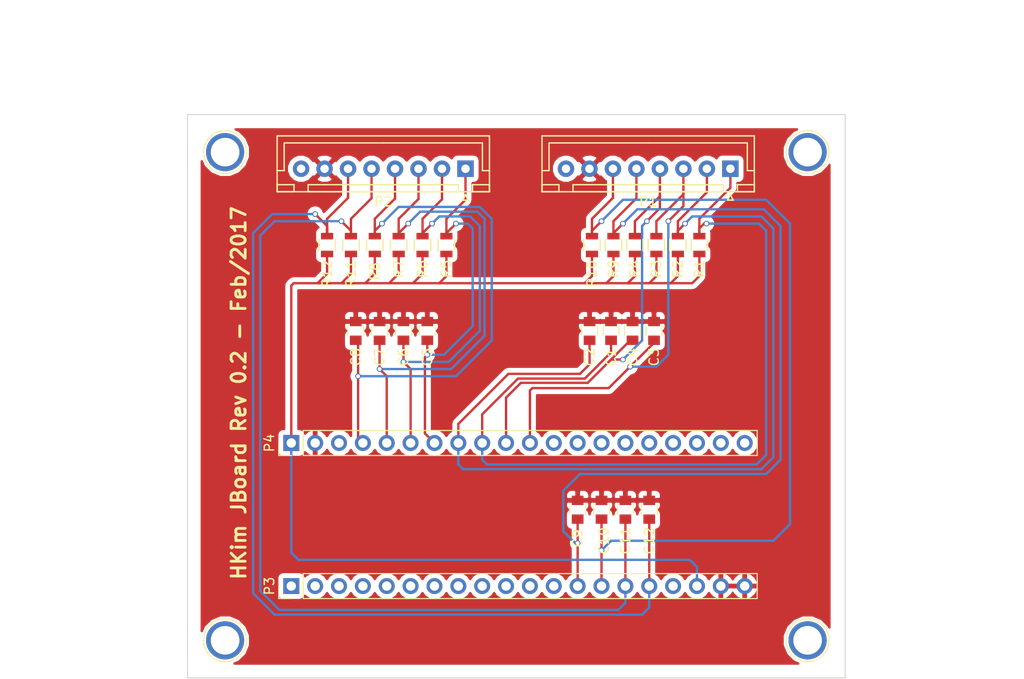
<source format=kicad_pcb>
(kicad_pcb (version 4) (host pcbnew 4.0.5-e0-6337~49~ubuntu16.04.1)

  (general
    (links 65)
    (no_connects 0)
    (area 92.734001 63.556 205.758 135.306001)
    (thickness 1.6)
    (drawings 8)
    (tracks 256)
    (zones 0)
    (modules 32)
    (nets 40)
  )

  (page A4)
  (layers
    (0 F.Cu signal)
    (31 B.Cu signal)
    (32 B.Adhes user)
    (33 F.Adhes user)
    (34 B.Paste user)
    (35 F.Paste user)
    (36 B.SilkS user)
    (37 F.SilkS user)
    (38 B.Mask user)
    (39 F.Mask user)
    (40 Dwgs.User user)
    (41 Cmts.User user)
    (42 Eco1.User user)
    (43 Eco2.User user)
    (44 Edge.Cuts user)
    (45 Margin user)
    (46 B.CrtYd user)
    (47 F.CrtYd user)
    (48 B.Fab user)
    (49 F.Fab user)
  )

  (setup
    (last_trace_width 0.25)
    (trace_clearance 0.2)
    (zone_clearance 0.508)
    (zone_45_only no)
    (trace_min 0.2)
    (segment_width 0.2)
    (edge_width 0.1)
    (via_size 0.6)
    (via_drill 0.4)
    (via_min_size 0.4)
    (via_min_drill 0.3)
    (uvia_size 0.3)
    (uvia_drill 0.1)
    (uvias_allowed no)
    (uvia_min_size 0.2)
    (uvia_min_drill 0.1)
    (pcb_text_width 0.3)
    (pcb_text_size 1.5 1.5)
    (mod_edge_width 0.15)
    (mod_text_size 1 1)
    (mod_text_width 0.15)
    (pad_size 1.5 1.5)
    (pad_drill 0.6)
    (pad_to_mask_clearance 0)
    (aux_axis_origin 0 0)
    (visible_elements FFFFFF7F)
    (pcbplotparams
      (layerselection 0x010f0_80000001)
      (usegerberextensions false)
      (excludeedgelayer true)
      (linewidth 0.100000)
      (plotframeref false)
      (viasonmask false)
      (mode 1)
      (useauxorigin false)
      (hpglpennumber 1)
      (hpglpenspeed 20)
      (hpglpendiameter 15)
      (hpglpenoverlay 2)
      (psnegative false)
      (psa4output false)
      (plotreference true)
      (plotvalue true)
      (plotinvisibletext false)
      (padsonsilk false)
      (subtractmaskfromsilk false)
      (outputformat 1)
      (mirror false)
      (drillshape 0)
      (scaleselection 1)
      (outputdirectory gerber/))
  )

  (net 0 "")
  (net 1 /GROUND)
  (net 2 /JUP)
  (net 3 /JDOWN)
  (net 4 /JLEFT)
  (net 5 /JRIGHT)
  (net 6 /JBT0)
  (net 7 /JBT1)
  (net 8 /JBT2)
  (net 9 /JBT3)
  (net 10 /JBT4)
  (net 11 /JSTART)
  (net 12 /JSELECT)
  (net 13 /JBT5)
  (net 14 "Net-(P1-Pad8)")
  (net 15 "Net-(P2-Pad8)")
  (net 16 /VBAT)
  (net 17 /C13)
  (net 18 /C14)
  (net 19 /C15)
  (net 20 /A0)
  (net 21 /A1)
  (net 22 /A2)
  (net 23 /A3)
  (net 24 /A4)
  (net 25 /A5)
  (net 26 /A6)
  (net 27 /A7)
  (net 28 /RESET)
  (net 29 /3.3V)
  (net 30 /5V)
  (net 31 /A12)
  (net 32 /A11)
  (net 33 /A10)
  (net 34 /A9)
  (net 35 /A8)
  (net 36 /B15)
  (net 37 /B14)
  (net 38 /B13)
  (net 39 /B12)

  (net_class Default "This is the default net class."
    (clearance 0.2)
    (trace_width 0.25)
    (via_dia 0.6)
    (via_drill 0.4)
    (uvia_dia 0.3)
    (uvia_drill 0.1)
    (add_net /3.3V)
    (add_net /5V)
    (add_net /A0)
    (add_net /A1)
    (add_net /A10)
    (add_net /A11)
    (add_net /A12)
    (add_net /A2)
    (add_net /A3)
    (add_net /A4)
    (add_net /A5)
    (add_net /A6)
    (add_net /A7)
    (add_net /A8)
    (add_net /A9)
    (add_net /B12)
    (add_net /B13)
    (add_net /B14)
    (add_net /B15)
    (add_net /C13)
    (add_net /C14)
    (add_net /C15)
    (add_net /GROUND)
    (add_net /JBT0)
    (add_net /JBT1)
    (add_net /JBT2)
    (add_net /JBT3)
    (add_net /JBT4)
    (add_net /JBT5)
    (add_net /JDOWN)
    (add_net /JLEFT)
    (add_net /JRIGHT)
    (add_net /JSELECT)
    (add_net /JSTART)
    (add_net /JUP)
    (add_net /RESET)
    (add_net /VBAT)
    (add_net "Net-(P1-Pad8)")
    (add_net "Net-(P2-Pad8)")
  )

  (module Connectors:1pin (layer F.Cu) (tedit 58A009C7) (tstamp 589FBEAB)
    (at 116.908 79.256)
    (descr "module 1 pin (ou trou mecanique de percage)")
    (tags DEV)
    (fp_text reference "" (at 0 -3.048) (layer F.SilkS)
      (effects (font (size 1 1) (thickness 0.15)))
    )
    (fp_text value 1pin (at -0.068 -0.008) (layer F.Fab)
      (effects (font (size 1 1) (thickness 0.15)))
    )
    (fp_circle (center 0 0) (end 2 0.8) (layer F.Fab) (width 0.1))
    (fp_circle (center 0 0) (end 2.6 0) (layer F.CrtYd) (width 0.05))
    (fp_circle (center 0 0) (end 0 -2.286) (layer F.SilkS) (width 0.12))
    (pad 1 thru_hole circle (at 0 0) (size 4.064 4.064) (drill 3.048) (layers *.Cu *.Mask))
  )

  (module Connectors:1pin (layer F.Cu) (tedit 58A009D6) (tstamp 589FBEC1)
    (at 178.908 79.256)
    (descr "module 1 pin (ou trou mecanique de percage)")
    (tags DEV)
    (fp_text reference "" (at 0 -3.048) (layer F.SilkS)
      (effects (font (size 1 1) (thickness 0.15)))
    )
    (fp_text value 1pin (at -0.092 -0.008) (layer F.Fab)
      (effects (font (size 1 1) (thickness 0.15)))
    )
    (fp_circle (center 0 0) (end 2 0.8) (layer F.Fab) (width 0.1))
    (fp_circle (center 0 0) (end 2.6 0) (layer F.CrtYd) (width 0.05))
    (fp_circle (center 0 0) (end 0 -2.286) (layer F.SilkS) (width 0.12))
    (pad 1 thru_hole circle (at 0 0) (size 4.064 4.064) (drill 3.048) (layers *.Cu *.Mask))
  )

  (module Connectors:1pin (layer F.Cu) (tedit 58A009B2) (tstamp 589FBED5)
    (at 116.908 131.256)
    (descr "module 1 pin (ou trou mecanique de percage)")
    (tags DEV)
    (fp_text reference "" (at 0 -3.048) (layer F.SilkS)
      (effects (font (size 1 1) (thickness 0.15)))
    )
    (fp_text value 1pin (at 0.186 -0.192) (layer F.Fab)
      (effects (font (size 1 1) (thickness 0.15)))
    )
    (fp_circle (center 0 0) (end 2 0.8) (layer F.Fab) (width 0.1))
    (fp_circle (center 0 0) (end 2.6 0) (layer F.CrtYd) (width 0.05))
    (fp_circle (center 0 0) (end 0 -2.286) (layer F.SilkS) (width 0.12))
    (pad 1 thru_hole circle (at 0 0) (size 4.064 4.064) (drill 3.048) (layers *.Cu *.Mask))
  )

  (module Connectors:1pin (layer F.Cu) (tedit 58A009B8) (tstamp 589FBEDB)
    (at 178.908 131.256)
    (descr "module 1 pin (ou trou mecanique de percage)")
    (tags DEV)
    (fp_text reference "" (at 0 -3.048) (layer F.SilkS)
      (effects (font (size 1 1) (thickness 0.15)))
    )
    (fp_text value 1pin (at -0.092 -0.192) (layer F.Fab)
      (effects (font (size 1 1) (thickness 0.15)))
    )
    (fp_circle (center 0 0) (end 2 0.8) (layer F.Fab) (width 0.1))
    (fp_circle (center 0 0) (end 2.6 0) (layer F.CrtYd) (width 0.05))
    (fp_circle (center 0 0) (end 0 -2.286) (layer F.SilkS) (width 0.12))
    (pad 1 thru_hole circle (at 0 0) (size 4.064 4.064) (drill 3.048) (layers *.Cu *.Mask))
  )

  (module Capacitors_SMD:C_0805 (layer F.Cu) (tedit 589FEFD0) (tstamp 589FEB00)
    (at 157.988 98.298 270)
    (descr "Capacitor SMD 0805, reflow soldering, AVX (see smccp.pdf)")
    (tags "capacitor 0805")
    (path /5875D42E)
    (attr smd)
    (fp_text reference C1 (at 2.794 0 270) (layer F.SilkS)
      (effects (font (size 1 1) (thickness 0.15)))
    )
    (fp_text value 100nF (at 0 0 270) (layer F.Fab)
      (effects (font (size 1 1) (thickness 0.15)))
    )
    (fp_line (start -1 0.625) (end -1 -0.625) (layer F.Fab) (width 0.1))
    (fp_line (start 1 0.625) (end -1 0.625) (layer F.Fab) (width 0.1))
    (fp_line (start 1 -0.625) (end 1 0.625) (layer F.Fab) (width 0.1))
    (fp_line (start -1 -0.625) (end 1 -0.625) (layer F.Fab) (width 0.1))
    (fp_line (start -1.8 -1) (end 1.8 -1) (layer F.CrtYd) (width 0.05))
    (fp_line (start -1.8 1) (end 1.8 1) (layer F.CrtYd) (width 0.05))
    (fp_line (start -1.8 -1) (end -1.8 1) (layer F.CrtYd) (width 0.05))
    (fp_line (start 1.8 -1) (end 1.8 1) (layer F.CrtYd) (width 0.05))
    (fp_line (start 0.5 -0.85) (end -0.5 -0.85) (layer F.SilkS) (width 0.12))
    (fp_line (start -0.5 0.85) (end 0.5 0.85) (layer F.SilkS) (width 0.12))
    (pad 1 smd rect (at -1 0 270) (size 1 1.25) (layers F.Cu F.Paste F.Mask)
      (net 1 /GROUND))
    (pad 2 smd rect (at 1 0 270) (size 1 1.25) (layers F.Cu F.Paste F.Mask)
      (net 2 /JUP))
    (model Capacitors_SMD.3dshapes/C_0805.wrl
      (at (xyz 0 0 0))
      (scale (xyz 1 1 1))
      (rotate (xyz 0 0 0))
    )
  )

  (module Capacitors_SMD:C_0805 (layer F.Cu) (tedit 589FEFE0) (tstamp 589FEB06)
    (at 155.702 98.298 270)
    (descr "Capacitor SMD 0805, reflow soldering, AVX (see smccp.pdf)")
    (tags "capacitor 0805")
    (path /5875D69C)
    (attr smd)
    (fp_text reference C2 (at 2.794 0 270) (layer F.SilkS)
      (effects (font (size 1 1) (thickness 0.15)))
    )
    (fp_text value 100nF (at 0 0 270) (layer F.Fab)
      (effects (font (size 1 1) (thickness 0.15)))
    )
    (fp_line (start -1 0.625) (end -1 -0.625) (layer F.Fab) (width 0.1))
    (fp_line (start 1 0.625) (end -1 0.625) (layer F.Fab) (width 0.1))
    (fp_line (start 1 -0.625) (end 1 0.625) (layer F.Fab) (width 0.1))
    (fp_line (start -1 -0.625) (end 1 -0.625) (layer F.Fab) (width 0.1))
    (fp_line (start -1.8 -1) (end 1.8 -1) (layer F.CrtYd) (width 0.05))
    (fp_line (start -1.8 1) (end 1.8 1) (layer F.CrtYd) (width 0.05))
    (fp_line (start -1.8 -1) (end -1.8 1) (layer F.CrtYd) (width 0.05))
    (fp_line (start 1.8 -1) (end 1.8 1) (layer F.CrtYd) (width 0.05))
    (fp_line (start 0.5 -0.85) (end -0.5 -0.85) (layer F.SilkS) (width 0.12))
    (fp_line (start -0.5 0.85) (end 0.5 0.85) (layer F.SilkS) (width 0.12))
    (pad 1 smd rect (at -1 0 270) (size 1 1.25) (layers F.Cu F.Paste F.Mask)
      (net 1 /GROUND))
    (pad 2 smd rect (at 1 0 270) (size 1 1.25) (layers F.Cu F.Paste F.Mask)
      (net 3 /JDOWN))
    (model Capacitors_SMD.3dshapes/C_0805.wrl
      (at (xyz 0 0 0))
      (scale (xyz 1 1 1))
      (rotate (xyz 0 0 0))
    )
  )

  (module Capacitors_SMD:C_0805 (layer F.Cu) (tedit 589FEFE8) (tstamp 589FEB0C)
    (at 162.56 98.298 270)
    (descr "Capacitor SMD 0805, reflow soldering, AVX (see smccp.pdf)")
    (tags "capacitor 0805")
    (path /5875DC1C)
    (attr smd)
    (fp_text reference C3 (at 2.794 0 270) (layer F.SilkS)
      (effects (font (size 1 1) (thickness 0.15)))
    )
    (fp_text value 100nF (at 0.254 0 270) (layer F.Fab)
      (effects (font (size 1 1) (thickness 0.15)))
    )
    (fp_line (start -1 0.625) (end -1 -0.625) (layer F.Fab) (width 0.1))
    (fp_line (start 1 0.625) (end -1 0.625) (layer F.Fab) (width 0.1))
    (fp_line (start 1 -0.625) (end 1 0.625) (layer F.Fab) (width 0.1))
    (fp_line (start -1 -0.625) (end 1 -0.625) (layer F.Fab) (width 0.1))
    (fp_line (start -1.8 -1) (end 1.8 -1) (layer F.CrtYd) (width 0.05))
    (fp_line (start -1.8 1) (end 1.8 1) (layer F.CrtYd) (width 0.05))
    (fp_line (start -1.8 -1) (end -1.8 1) (layer F.CrtYd) (width 0.05))
    (fp_line (start 1.8 -1) (end 1.8 1) (layer F.CrtYd) (width 0.05))
    (fp_line (start 0.5 -0.85) (end -0.5 -0.85) (layer F.SilkS) (width 0.12))
    (fp_line (start -0.5 0.85) (end 0.5 0.85) (layer F.SilkS) (width 0.12))
    (pad 1 smd rect (at -1 0 270) (size 1 1.25) (layers F.Cu F.Paste F.Mask)
      (net 1 /GROUND))
    (pad 2 smd rect (at 1 0 270) (size 1 1.25) (layers F.Cu F.Paste F.Mask)
      (net 4 /JLEFT))
    (model Capacitors_SMD.3dshapes/C_0805.wrl
      (at (xyz 0 0 0))
      (scale (xyz 1 1 1))
      (rotate (xyz 0 0 0))
    )
  )

  (module Capacitors_SMD:C_0805 (layer F.Cu) (tedit 589FEFF1) (tstamp 589FEB12)
    (at 160.274 98.298 270)
    (descr "Capacitor SMD 0805, reflow soldering, AVX (see smccp.pdf)")
    (tags "capacitor 0805")
    (path /5875DCB9)
    (attr smd)
    (fp_text reference C4 (at 2.794 0 270) (layer F.SilkS)
      (effects (font (size 1 1) (thickness 0.15)))
    )
    (fp_text value 100nF (at 0 0 270) (layer F.Fab)
      (effects (font (size 1 1) (thickness 0.15)))
    )
    (fp_line (start -1 0.625) (end -1 -0.625) (layer F.Fab) (width 0.1))
    (fp_line (start 1 0.625) (end -1 0.625) (layer F.Fab) (width 0.1))
    (fp_line (start 1 -0.625) (end 1 0.625) (layer F.Fab) (width 0.1))
    (fp_line (start -1 -0.625) (end 1 -0.625) (layer F.Fab) (width 0.1))
    (fp_line (start -1.8 -1) (end 1.8 -1) (layer F.CrtYd) (width 0.05))
    (fp_line (start -1.8 1) (end 1.8 1) (layer F.CrtYd) (width 0.05))
    (fp_line (start -1.8 -1) (end -1.8 1) (layer F.CrtYd) (width 0.05))
    (fp_line (start 1.8 -1) (end 1.8 1) (layer F.CrtYd) (width 0.05))
    (fp_line (start 0.5 -0.85) (end -0.5 -0.85) (layer F.SilkS) (width 0.12))
    (fp_line (start -0.5 0.85) (end 0.5 0.85) (layer F.SilkS) (width 0.12))
    (pad 1 smd rect (at -1 0 270) (size 1 1.25) (layers F.Cu F.Paste F.Mask)
      (net 1 /GROUND))
    (pad 2 smd rect (at 1 0 270) (size 1 1.25) (layers F.Cu F.Paste F.Mask)
      (net 5 /JRIGHT))
    (model Capacitors_SMD.3dshapes/C_0805.wrl
      (at (xyz 0 0 0))
      (scale (xyz 1 1 1))
      (rotate (xyz 0 0 0))
    )
  )

  (module Capacitors_SMD:C_0805 (layer F.Cu) (tedit 589FF72F) (tstamp 589FEB18)
    (at 138.43 98.298 270)
    (descr "Capacitor SMD 0805, reflow soldering, AVX (see smccp.pdf)")
    (tags "capacitor 0805")
    (path /5875DFB1)
    (attr smd)
    (fp_text reference C5 (at 2.794 0 270) (layer F.SilkS)
      (effects (font (size 1 1) (thickness 0.15)))
    )
    (fp_text value 100nF (at 0 0 270) (layer F.Fab)
      (effects (font (size 1 1) (thickness 0.15)))
    )
    (fp_line (start -1 0.625) (end -1 -0.625) (layer F.Fab) (width 0.1))
    (fp_line (start 1 0.625) (end -1 0.625) (layer F.Fab) (width 0.1))
    (fp_line (start 1 -0.625) (end 1 0.625) (layer F.Fab) (width 0.1))
    (fp_line (start -1 -0.625) (end 1 -0.625) (layer F.Fab) (width 0.1))
    (fp_line (start -1.8 -1) (end 1.8 -1) (layer F.CrtYd) (width 0.05))
    (fp_line (start -1.8 1) (end 1.8 1) (layer F.CrtYd) (width 0.05))
    (fp_line (start -1.8 -1) (end -1.8 1) (layer F.CrtYd) (width 0.05))
    (fp_line (start 1.8 -1) (end 1.8 1) (layer F.CrtYd) (width 0.05))
    (fp_line (start 0.5 -0.85) (end -0.5 -0.85) (layer F.SilkS) (width 0.12))
    (fp_line (start -0.5 0.85) (end 0.5 0.85) (layer F.SilkS) (width 0.12))
    (pad 1 smd rect (at -1 0 270) (size 1 1.25) (layers F.Cu F.Paste F.Mask)
      (net 1 /GROUND))
    (pad 2 smd rect (at 1 0 270) (size 1 1.25) (layers F.Cu F.Paste F.Mask)
      (net 6 /JBT0))
    (model Capacitors_SMD.3dshapes/C_0805.wrl
      (at (xyz 0 0 0))
      (scale (xyz 1 1 1))
      (rotate (xyz 0 0 0))
    )
  )

  (module Capacitors_SMD:C_0805 (layer F.Cu) (tedit 589FF723) (tstamp 589FEB1E)
    (at 135.89 98.298 270)
    (descr "Capacitor SMD 0805, reflow soldering, AVX (see smccp.pdf)")
    (tags "capacitor 0805")
    (path /5875E308)
    (attr smd)
    (fp_text reference C6 (at 2.794 0 270) (layer F.SilkS)
      (effects (font (size 1 1) (thickness 0.15)))
    )
    (fp_text value 100nF (at 0 0.254 270) (layer F.Fab)
      (effects (font (size 1 1) (thickness 0.15)))
    )
    (fp_line (start -1 0.625) (end -1 -0.625) (layer F.Fab) (width 0.1))
    (fp_line (start 1 0.625) (end -1 0.625) (layer F.Fab) (width 0.1))
    (fp_line (start 1 -0.625) (end 1 0.625) (layer F.Fab) (width 0.1))
    (fp_line (start -1 -0.625) (end 1 -0.625) (layer F.Fab) (width 0.1))
    (fp_line (start -1.8 -1) (end 1.8 -1) (layer F.CrtYd) (width 0.05))
    (fp_line (start -1.8 1) (end 1.8 1) (layer F.CrtYd) (width 0.05))
    (fp_line (start -1.8 -1) (end -1.8 1) (layer F.CrtYd) (width 0.05))
    (fp_line (start 1.8 -1) (end 1.8 1) (layer F.CrtYd) (width 0.05))
    (fp_line (start 0.5 -0.85) (end -0.5 -0.85) (layer F.SilkS) (width 0.12))
    (fp_line (start -0.5 0.85) (end 0.5 0.85) (layer F.SilkS) (width 0.12))
    (pad 1 smd rect (at -1 0 270) (size 1 1.25) (layers F.Cu F.Paste F.Mask)
      (net 1 /GROUND))
    (pad 2 smd rect (at 1 0 270) (size 1 1.25) (layers F.Cu F.Paste F.Mask)
      (net 7 /JBT1))
    (model Capacitors_SMD.3dshapes/C_0805.wrl
      (at (xyz 0 0 0))
      (scale (xyz 1 1 1))
      (rotate (xyz 0 0 0))
    )
  )

  (module Capacitors_SMD:C_0805 (layer F.Cu) (tedit 589FF73D) (tstamp 589FEB24)
    (at 133.35 98.298 270)
    (descr "Capacitor SMD 0805, reflow soldering, AVX (see smccp.pdf)")
    (tags "capacitor 0805")
    (path /5875EA19)
    (attr smd)
    (fp_text reference C7 (at 2.794 0 270) (layer F.SilkS)
      (effects (font (size 1 1) (thickness 0.15)))
    )
    (fp_text value 100nF (at 0 0 270) (layer F.Fab)
      (effects (font (size 1 1) (thickness 0.15)))
    )
    (fp_line (start -1 0.625) (end -1 -0.625) (layer F.Fab) (width 0.1))
    (fp_line (start 1 0.625) (end -1 0.625) (layer F.Fab) (width 0.1))
    (fp_line (start 1 -0.625) (end 1 0.625) (layer F.Fab) (width 0.1))
    (fp_line (start -1 -0.625) (end 1 -0.625) (layer F.Fab) (width 0.1))
    (fp_line (start -1.8 -1) (end 1.8 -1) (layer F.CrtYd) (width 0.05))
    (fp_line (start -1.8 1) (end 1.8 1) (layer F.CrtYd) (width 0.05))
    (fp_line (start -1.8 -1) (end -1.8 1) (layer F.CrtYd) (width 0.05))
    (fp_line (start 1.8 -1) (end 1.8 1) (layer F.CrtYd) (width 0.05))
    (fp_line (start 0.5 -0.85) (end -0.5 -0.85) (layer F.SilkS) (width 0.12))
    (fp_line (start -0.5 0.85) (end 0.5 0.85) (layer F.SilkS) (width 0.12))
    (pad 1 smd rect (at -1 0 270) (size 1 1.25) (layers F.Cu F.Paste F.Mask)
      (net 1 /GROUND))
    (pad 2 smd rect (at 1 0 270) (size 1 1.25) (layers F.Cu F.Paste F.Mask)
      (net 8 /JBT2))
    (model Capacitors_SMD.3dshapes/C_0805.wrl
      (at (xyz 0 0 0))
      (scale (xyz 1 1 1))
      (rotate (xyz 0 0 0))
    )
  )

  (module Capacitors_SMD:C_0805 (layer F.Cu) (tedit 589FF74C) (tstamp 589FEB2A)
    (at 130.81 98.298 270)
    (descr "Capacitor SMD 0805, reflow soldering, AVX (see smccp.pdf)")
    (tags "capacitor 0805")
    (path /5875F0E5)
    (attr smd)
    (fp_text reference C8 (at 2.794 0 270) (layer F.SilkS)
      (effects (font (size 1 1) (thickness 0.15)))
    )
    (fp_text value 100nF (at 0 0 270) (layer F.Fab)
      (effects (font (size 1 1) (thickness 0.15)))
    )
    (fp_line (start -1 0.625) (end -1 -0.625) (layer F.Fab) (width 0.1))
    (fp_line (start 1 0.625) (end -1 0.625) (layer F.Fab) (width 0.1))
    (fp_line (start 1 -0.625) (end 1 0.625) (layer F.Fab) (width 0.1))
    (fp_line (start -1 -0.625) (end 1 -0.625) (layer F.Fab) (width 0.1))
    (fp_line (start -1.8 -1) (end 1.8 -1) (layer F.CrtYd) (width 0.05))
    (fp_line (start -1.8 1) (end 1.8 1) (layer F.CrtYd) (width 0.05))
    (fp_line (start -1.8 -1) (end -1.8 1) (layer F.CrtYd) (width 0.05))
    (fp_line (start 1.8 -1) (end 1.8 1) (layer F.CrtYd) (width 0.05))
    (fp_line (start 0.5 -0.85) (end -0.5 -0.85) (layer F.SilkS) (width 0.12))
    (fp_line (start -0.5 0.85) (end 0.5 0.85) (layer F.SilkS) (width 0.12))
    (pad 1 smd rect (at -1 0 270) (size 1 1.25) (layers F.Cu F.Paste F.Mask)
      (net 1 /GROUND))
    (pad 2 smd rect (at 1 0 270) (size 1 1.25) (layers F.Cu F.Paste F.Mask)
      (net 9 /JBT3))
    (model Capacitors_SMD.3dshapes/C_0805.wrl
      (at (xyz 0 0 0))
      (scale (xyz 1 1 1))
      (rotate (xyz 0 0 0))
    )
  )

  (module Capacitors_SMD:C_0805 (layer F.Cu) (tedit 589FEFF9) (tstamp 589FEB30)
    (at 154.432 117.348 270)
    (descr "Capacitor SMD 0805, reflow soldering, AVX (see smccp.pdf)")
    (tags "capacitor 0805")
    (path /589FC1DE)
    (attr smd)
    (fp_text reference C9 (at 3.048 0 270) (layer F.SilkS)
      (effects (font (size 1 1) (thickness 0.15)))
    )
    (fp_text value 100nF (at 0 0 270) (layer F.Fab)
      (effects (font (size 1 1) (thickness 0.15)))
    )
    (fp_line (start -1 0.625) (end -1 -0.625) (layer F.Fab) (width 0.1))
    (fp_line (start 1 0.625) (end -1 0.625) (layer F.Fab) (width 0.1))
    (fp_line (start 1 -0.625) (end 1 0.625) (layer F.Fab) (width 0.1))
    (fp_line (start -1 -0.625) (end 1 -0.625) (layer F.Fab) (width 0.1))
    (fp_line (start -1.8 -1) (end 1.8 -1) (layer F.CrtYd) (width 0.05))
    (fp_line (start -1.8 1) (end 1.8 1) (layer F.CrtYd) (width 0.05))
    (fp_line (start -1.8 -1) (end -1.8 1) (layer F.CrtYd) (width 0.05))
    (fp_line (start 1.8 -1) (end 1.8 1) (layer F.CrtYd) (width 0.05))
    (fp_line (start 0.5 -0.85) (end -0.5 -0.85) (layer F.SilkS) (width 0.12))
    (fp_line (start -0.5 0.85) (end 0.5 0.85) (layer F.SilkS) (width 0.12))
    (pad 1 smd rect (at -1 0 270) (size 1 1.25) (layers F.Cu F.Paste F.Mask)
      (net 1 /GROUND))
    (pad 2 smd rect (at 1 0 270) (size 1 1.25) (layers F.Cu F.Paste F.Mask)
      (net 10 /JBT4))
    (model Capacitors_SMD.3dshapes/C_0805.wrl
      (at (xyz 0 0 0))
      (scale (xyz 1 1 1))
      (rotate (xyz 0 0 0))
    )
  )

  (module Capacitors_SMD:C_0805 (layer F.Cu) (tedit 589FF005) (tstamp 589FEB36)
    (at 156.972 117.348 270)
    (descr "Capacitor SMD 0805, reflow soldering, AVX (see smccp.pdf)")
    (tags "capacitor 0805")
    (path /589FC253)
    (attr smd)
    (fp_text reference C10 (at 3.302 -0.254 270) (layer F.SilkS)
      (effects (font (size 1 1) (thickness 0.15)))
    )
    (fp_text value 100nF (at 0 0 270) (layer F.Fab)
      (effects (font (size 1 1) (thickness 0.15)))
    )
    (fp_line (start -1 0.625) (end -1 -0.625) (layer F.Fab) (width 0.1))
    (fp_line (start 1 0.625) (end -1 0.625) (layer F.Fab) (width 0.1))
    (fp_line (start 1 -0.625) (end 1 0.625) (layer F.Fab) (width 0.1))
    (fp_line (start -1 -0.625) (end 1 -0.625) (layer F.Fab) (width 0.1))
    (fp_line (start -1.8 -1) (end 1.8 -1) (layer F.CrtYd) (width 0.05))
    (fp_line (start -1.8 1) (end 1.8 1) (layer F.CrtYd) (width 0.05))
    (fp_line (start -1.8 -1) (end -1.8 1) (layer F.CrtYd) (width 0.05))
    (fp_line (start 1.8 -1) (end 1.8 1) (layer F.CrtYd) (width 0.05))
    (fp_line (start 0.5 -0.85) (end -0.5 -0.85) (layer F.SilkS) (width 0.12))
    (fp_line (start -0.5 0.85) (end 0.5 0.85) (layer F.SilkS) (width 0.12))
    (pad 1 smd rect (at -1 0 270) (size 1 1.25) (layers F.Cu F.Paste F.Mask)
      (net 1 /GROUND))
    (pad 2 smd rect (at 1 0 270) (size 1 1.25) (layers F.Cu F.Paste F.Mask)
      (net 13 /JBT5))
    (model Capacitors_SMD.3dshapes/C_0805.wrl
      (at (xyz 0 0 0))
      (scale (xyz 1 1 1))
      (rotate (xyz 0 0 0))
    )
  )

  (module Capacitors_SMD:C_0805 (layer F.Cu) (tedit 589FF79B) (tstamp 589FEB3C)
    (at 159.512 117.348 270)
    (descr "Capacitor SMD 0805, reflow soldering, AVX (see smccp.pdf)")
    (tags "capacitor 0805")
    (path /58844728)
    (attr smd)
    (fp_text reference C11 (at 3.302 0 270) (layer F.SilkS)
      (effects (font (size 1 1) (thickness 0.15)))
    )
    (fp_text value 100nF (at 0 0 270) (layer F.Fab)
      (effects (font (size 1 1) (thickness 0.15)))
    )
    (fp_line (start -1 0.625) (end -1 -0.625) (layer F.Fab) (width 0.1))
    (fp_line (start 1 0.625) (end -1 0.625) (layer F.Fab) (width 0.1))
    (fp_line (start 1 -0.625) (end 1 0.625) (layer F.Fab) (width 0.1))
    (fp_line (start -1 -0.625) (end 1 -0.625) (layer F.Fab) (width 0.1))
    (fp_line (start -1.8 -1) (end 1.8 -1) (layer F.CrtYd) (width 0.05))
    (fp_line (start -1.8 1) (end 1.8 1) (layer F.CrtYd) (width 0.05))
    (fp_line (start -1.8 -1) (end -1.8 1) (layer F.CrtYd) (width 0.05))
    (fp_line (start 1.8 -1) (end 1.8 1) (layer F.CrtYd) (width 0.05))
    (fp_line (start 0.5 -0.85) (end -0.5 -0.85) (layer F.SilkS) (width 0.12))
    (fp_line (start -0.5 0.85) (end 0.5 0.85) (layer F.SilkS) (width 0.12))
    (pad 1 smd rect (at -1 0 270) (size 1 1.25) (layers F.Cu F.Paste F.Mask)
      (net 1 /GROUND))
    (pad 2 smd rect (at 1 0 270) (size 1 1.25) (layers F.Cu F.Paste F.Mask)
      (net 11 /JSTART))
    (model Capacitors_SMD.3dshapes/C_0805.wrl
      (at (xyz 0 0 0))
      (scale (xyz 1 1 1))
      (rotate (xyz 0 0 0))
    )
  )

  (module Capacitors_SMD:C_0805 (layer F.Cu) (tedit 589FF77A) (tstamp 589FEB42)
    (at 162.052 117.348 270)
    (descr "Capacitor SMD 0805, reflow soldering, AVX (see smccp.pdf)")
    (tags "capacitor 0805")
    (path /5884505C)
    (attr smd)
    (fp_text reference C12 (at 3.302 0 270) (layer F.SilkS)
      (effects (font (size 1 1) (thickness 0.15)))
    )
    (fp_text value 100nF (at 0 0 270) (layer F.Fab)
      (effects (font (size 1 1) (thickness 0.15)))
    )
    (fp_line (start -1 0.625) (end -1 -0.625) (layer F.Fab) (width 0.1))
    (fp_line (start 1 0.625) (end -1 0.625) (layer F.Fab) (width 0.1))
    (fp_line (start 1 -0.625) (end 1 0.625) (layer F.Fab) (width 0.1))
    (fp_line (start -1 -0.625) (end 1 -0.625) (layer F.Fab) (width 0.1))
    (fp_line (start -1.8 -1) (end 1.8 -1) (layer F.CrtYd) (width 0.05))
    (fp_line (start -1.8 1) (end 1.8 1) (layer F.CrtYd) (width 0.05))
    (fp_line (start -1.8 -1) (end -1.8 1) (layer F.CrtYd) (width 0.05))
    (fp_line (start 1.8 -1) (end 1.8 1) (layer F.CrtYd) (width 0.05))
    (fp_line (start 0.5 -0.85) (end -0.5 -0.85) (layer F.SilkS) (width 0.12))
    (fp_line (start -0.5 0.85) (end 0.5 0.85) (layer F.SilkS) (width 0.12))
    (pad 1 smd rect (at -1 0 270) (size 1 1.25) (layers F.Cu F.Paste F.Mask)
      (net 1 /GROUND))
    (pad 2 smd rect (at 1 0 270) (size 1 1.25) (layers F.Cu F.Paste F.Mask)
      (net 12 /JSELECT))
    (model Capacitors_SMD.3dshapes/C_0805.wrl
      (at (xyz 0 0 0))
      (scale (xyz 1 1 1))
      (rotate (xyz 0 0 0))
    )
  )

  (module Connectors_JST:JST_XH_B08B-XH-A_08x2.50mm_Straight (layer F.Cu) (tedit 56F0715A) (tstamp 589FEB4E)
    (at 170.688 81.026 180)
    (descr "JST XH series connector, B08B-XH-A, top entry type, through hole")
    (tags "connector jst xh tht top vertical 2.50mm")
    (path /58862B2A)
    (fp_text reference P1 (at 8.75 -3.5 180) (layer F.SilkS)
      (effects (font (size 1 1) (thickness 0.15)))
    )
    (fp_text value CONN_01X08 (at 8.75 4.5 180) (layer F.Fab)
      (effects (font (size 1 1) (thickness 0.15)))
    )
    (fp_line (start -2.95 -2.85) (end -2.95 3.9) (layer F.CrtYd) (width 0.05))
    (fp_line (start -2.95 3.9) (end 20.4 3.9) (layer F.CrtYd) (width 0.05))
    (fp_line (start 20.4 3.9) (end 20.4 -2.85) (layer F.CrtYd) (width 0.05))
    (fp_line (start 20.4 -2.85) (end -2.95 -2.85) (layer F.CrtYd) (width 0.05))
    (fp_line (start -2.55 -2.45) (end -2.55 3.5) (layer F.SilkS) (width 0.15))
    (fp_line (start -2.55 3.5) (end 20.05 3.5) (layer F.SilkS) (width 0.15))
    (fp_line (start 20.05 3.5) (end 20.05 -2.45) (layer F.SilkS) (width 0.15))
    (fp_line (start 20.05 -2.45) (end -2.55 -2.45) (layer F.SilkS) (width 0.15))
    (fp_line (start 0.75 -2.45) (end 0.75 -1.7) (layer F.SilkS) (width 0.15))
    (fp_line (start 0.75 -1.7) (end 16.75 -1.7) (layer F.SilkS) (width 0.15))
    (fp_line (start 16.75 -1.7) (end 16.75 -2.45) (layer F.SilkS) (width 0.15))
    (fp_line (start 16.75 -2.45) (end 0.75 -2.45) (layer F.SilkS) (width 0.15))
    (fp_line (start -2.55 -2.45) (end -2.55 -1.7) (layer F.SilkS) (width 0.15))
    (fp_line (start -2.55 -1.7) (end -0.75 -1.7) (layer F.SilkS) (width 0.15))
    (fp_line (start -0.75 -1.7) (end -0.75 -2.45) (layer F.SilkS) (width 0.15))
    (fp_line (start -0.75 -2.45) (end -2.55 -2.45) (layer F.SilkS) (width 0.15))
    (fp_line (start 18.25 -2.45) (end 18.25 -1.7) (layer F.SilkS) (width 0.15))
    (fp_line (start 18.25 -1.7) (end 20.05 -1.7) (layer F.SilkS) (width 0.15))
    (fp_line (start 20.05 -1.7) (end 20.05 -2.45) (layer F.SilkS) (width 0.15))
    (fp_line (start 20.05 -2.45) (end 18.25 -2.45) (layer F.SilkS) (width 0.15))
    (fp_line (start -2.55 -0.2) (end -1.8 -0.2) (layer F.SilkS) (width 0.15))
    (fp_line (start -1.8 -0.2) (end -1.8 2.75) (layer F.SilkS) (width 0.15))
    (fp_line (start -1.8 2.75) (end 8.75 2.75) (layer F.SilkS) (width 0.15))
    (fp_line (start 20.05 -0.2) (end 19.3 -0.2) (layer F.SilkS) (width 0.15))
    (fp_line (start 19.3 -0.2) (end 19.3 2.75) (layer F.SilkS) (width 0.15))
    (fp_line (start 19.3 2.75) (end 8.75 2.75) (layer F.SilkS) (width 0.15))
    (fp_line (start 0 -2.75) (end -0.3 -3.35) (layer F.SilkS) (width 0.15))
    (fp_line (start -0.3 -3.35) (end 0.3 -3.35) (layer F.SilkS) (width 0.15))
    (fp_line (start 0.3 -3.35) (end 0 -2.75) (layer F.SilkS) (width 0.15))
    (pad 1 thru_hole rect (at 0 0 180) (size 1.75 1.75) (drill 0.9) (layers *.Cu *.Mask)
      (net 2 /JUP))
    (pad 2 thru_hole circle (at 2.5 0 180) (size 1.75 1.75) (drill 0.9) (layers *.Cu *.Mask)
      (net 3 /JDOWN))
    (pad 3 thru_hole circle (at 5 0 180) (size 1.75 1.75) (drill 0.9) (layers *.Cu *.Mask)
      (net 4 /JLEFT))
    (pad 4 thru_hole circle (at 7.5 0 180) (size 1.75 1.75) (drill 0.9) (layers *.Cu *.Mask)
      (net 5 /JRIGHT))
    (pad 5 thru_hole circle (at 10 0 180) (size 1.75 1.75) (drill 0.9) (layers *.Cu *.Mask)
      (net 10 /JBT4))
    (pad 6 thru_hole circle (at 12.5 0 180) (size 1.75 1.75) (drill 0.9) (layers *.Cu *.Mask)
      (net 13 /JBT5))
    (pad 7 thru_hole circle (at 15 0 180) (size 1.75 1.75) (drill 0.9) (layers *.Cu *.Mask)
      (net 1 /GROUND))
    (pad 8 thru_hole circle (at 17.5 0 180) (size 1.75 1.75) (drill 0.9) (layers *.Cu *.Mask)
      (net 14 "Net-(P1-Pad8)"))
    (model Connectors_JST.3dshapes/JST_XH_B08B-XH-A_08x2.50mm_Straight.wrl
      (at (xyz 0 0 0))
      (scale (xyz 1 1 1))
      (rotate (xyz 0 0 0))
    )
  )

  (module Connectors_JST:JST_XH_B08B-XH-A_08x2.50mm_Straight (layer F.Cu) (tedit 56F0715A) (tstamp 589FEB5A)
    (at 142.494 81.026 180)
    (descr "JST XH series connector, B08B-XH-A, top entry type, through hole")
    (tags "connector jst xh tht top vertical 2.50mm")
    (path /58861B98)
    (fp_text reference P2 (at 8.75 -3.5 180) (layer F.SilkS)
      (effects (font (size 1 1) (thickness 0.15)))
    )
    (fp_text value CONN_01X08 (at 8.75 4.5 180) (layer F.Fab)
      (effects (font (size 1 1) (thickness 0.15)))
    )
    (fp_line (start -2.95 -2.85) (end -2.95 3.9) (layer F.CrtYd) (width 0.05))
    (fp_line (start -2.95 3.9) (end 20.4 3.9) (layer F.CrtYd) (width 0.05))
    (fp_line (start 20.4 3.9) (end 20.4 -2.85) (layer F.CrtYd) (width 0.05))
    (fp_line (start 20.4 -2.85) (end -2.95 -2.85) (layer F.CrtYd) (width 0.05))
    (fp_line (start -2.55 -2.45) (end -2.55 3.5) (layer F.SilkS) (width 0.15))
    (fp_line (start -2.55 3.5) (end 20.05 3.5) (layer F.SilkS) (width 0.15))
    (fp_line (start 20.05 3.5) (end 20.05 -2.45) (layer F.SilkS) (width 0.15))
    (fp_line (start 20.05 -2.45) (end -2.55 -2.45) (layer F.SilkS) (width 0.15))
    (fp_line (start 0.75 -2.45) (end 0.75 -1.7) (layer F.SilkS) (width 0.15))
    (fp_line (start 0.75 -1.7) (end 16.75 -1.7) (layer F.SilkS) (width 0.15))
    (fp_line (start 16.75 -1.7) (end 16.75 -2.45) (layer F.SilkS) (width 0.15))
    (fp_line (start 16.75 -2.45) (end 0.75 -2.45) (layer F.SilkS) (width 0.15))
    (fp_line (start -2.55 -2.45) (end -2.55 -1.7) (layer F.SilkS) (width 0.15))
    (fp_line (start -2.55 -1.7) (end -0.75 -1.7) (layer F.SilkS) (width 0.15))
    (fp_line (start -0.75 -1.7) (end -0.75 -2.45) (layer F.SilkS) (width 0.15))
    (fp_line (start -0.75 -2.45) (end -2.55 -2.45) (layer F.SilkS) (width 0.15))
    (fp_line (start 18.25 -2.45) (end 18.25 -1.7) (layer F.SilkS) (width 0.15))
    (fp_line (start 18.25 -1.7) (end 20.05 -1.7) (layer F.SilkS) (width 0.15))
    (fp_line (start 20.05 -1.7) (end 20.05 -2.45) (layer F.SilkS) (width 0.15))
    (fp_line (start 20.05 -2.45) (end 18.25 -2.45) (layer F.SilkS) (width 0.15))
    (fp_line (start -2.55 -0.2) (end -1.8 -0.2) (layer F.SilkS) (width 0.15))
    (fp_line (start -1.8 -0.2) (end -1.8 2.75) (layer F.SilkS) (width 0.15))
    (fp_line (start -1.8 2.75) (end 8.75 2.75) (layer F.SilkS) (width 0.15))
    (fp_line (start 20.05 -0.2) (end 19.3 -0.2) (layer F.SilkS) (width 0.15))
    (fp_line (start 19.3 -0.2) (end 19.3 2.75) (layer F.SilkS) (width 0.15))
    (fp_line (start 19.3 2.75) (end 8.75 2.75) (layer F.SilkS) (width 0.15))
    (fp_line (start 0 -2.75) (end -0.3 -3.35) (layer F.SilkS) (width 0.15))
    (fp_line (start -0.3 -3.35) (end 0.3 -3.35) (layer F.SilkS) (width 0.15))
    (fp_line (start 0.3 -3.35) (end 0 -2.75) (layer F.SilkS) (width 0.15))
    (pad 1 thru_hole rect (at 0 0 180) (size 1.75 1.75) (drill 0.9) (layers *.Cu *.Mask)
      (net 6 /JBT0))
    (pad 2 thru_hole circle (at 2.5 0 180) (size 1.75 1.75) (drill 0.9) (layers *.Cu *.Mask)
      (net 7 /JBT1))
    (pad 3 thru_hole circle (at 5 0 180) (size 1.75 1.75) (drill 0.9) (layers *.Cu *.Mask)
      (net 8 /JBT2))
    (pad 4 thru_hole circle (at 7.5 0 180) (size 1.75 1.75) (drill 0.9) (layers *.Cu *.Mask)
      (net 9 /JBT3))
    (pad 5 thru_hole circle (at 10 0 180) (size 1.75 1.75) (drill 0.9) (layers *.Cu *.Mask)
      (net 11 /JSTART))
    (pad 6 thru_hole circle (at 12.5 0 180) (size 1.75 1.75) (drill 0.9) (layers *.Cu *.Mask)
      (net 12 /JSELECT))
    (pad 7 thru_hole circle (at 15 0 180) (size 1.75 1.75) (drill 0.9) (layers *.Cu *.Mask)
      (net 1 /GROUND))
    (pad 8 thru_hole circle (at 17.5 0 180) (size 1.75 1.75) (drill 0.9) (layers *.Cu *.Mask)
      (net 15 "Net-(P2-Pad8)"))
    (model Connectors_JST.3dshapes/JST_XH_B08B-XH-A_08x2.50mm_Straight.wrl
      (at (xyz 0 0 0))
      (scale (xyz 1 1 1))
      (rotate (xyz 0 0 0))
    )
  )

  (module Socket_Strips:Socket_Strip_Straight_1x20_Pitch2.54mm (layer F.Cu) (tedit 58A0094B) (tstamp 589FEB72)
    (at 123.952 125.476 90)
    (descr "Through hole straight socket strip, 1x20, 2.54mm pitch, single row")
    (tags "Through hole socket strip THT 1x20 2.54mm single row")
    (path /58844A3F)
    (fp_text reference P3 (at 0 -2.33 90) (layer F.SilkS)
      (effects (font (size 1 1) (thickness 0.15)))
    )
    (fp_text value CONN_01X20 (at 2.032 6.604 180) (layer F.Fab)
      (effects (font (size 1 1) (thickness 0.15)))
    )
    (fp_line (start -1.27 -1.27) (end -1.27 49.53) (layer F.Fab) (width 0.1))
    (fp_line (start -1.27 49.53) (end 1.27 49.53) (layer F.Fab) (width 0.1))
    (fp_line (start 1.27 49.53) (end 1.27 -1.27) (layer F.Fab) (width 0.1))
    (fp_line (start 1.27 -1.27) (end -1.27 -1.27) (layer F.Fab) (width 0.1))
    (fp_line (start -1.33 1.27) (end -1.33 49.59) (layer F.SilkS) (width 0.12))
    (fp_line (start -1.33 49.59) (end 1.33 49.59) (layer F.SilkS) (width 0.12))
    (fp_line (start 1.33 49.59) (end 1.33 1.27) (layer F.SilkS) (width 0.12))
    (fp_line (start 1.33 1.27) (end -1.33 1.27) (layer F.SilkS) (width 0.12))
    (fp_line (start -1.33 0) (end -1.33 -1.33) (layer F.SilkS) (width 0.12))
    (fp_line (start -1.33 -1.33) (end 0 -1.33) (layer F.SilkS) (width 0.12))
    (fp_line (start -1.55 -1.55) (end -1.55 49.8) (layer F.CrtYd) (width 0.05))
    (fp_line (start -1.55 49.8) (end 1.55 49.8) (layer F.CrtYd) (width 0.05))
    (fp_line (start 1.55 49.8) (end 1.55 -1.55) (layer F.CrtYd) (width 0.05))
    (fp_line (start 1.55 -1.55) (end -1.55 -1.55) (layer F.CrtYd) (width 0.05))
    (pad 1 thru_hole rect (at 0 0 90) (size 1.7 1.7) (drill 1) (layers *.Cu *.Mask)
      (net 16 /VBAT))
    (pad 2 thru_hole oval (at 0 2.54 90) (size 1.7 1.7) (drill 1) (layers *.Cu *.Mask)
      (net 17 /C13))
    (pad 3 thru_hole oval (at 0 5.08 90) (size 1.7 1.7) (drill 1) (layers *.Cu *.Mask)
      (net 18 /C14))
    (pad 4 thru_hole oval (at 0 7.62 90) (size 1.7 1.7) (drill 1) (layers *.Cu *.Mask)
      (net 19 /C15))
    (pad 5 thru_hole oval (at 0 10.16 90) (size 1.7 1.7) (drill 1) (layers *.Cu *.Mask)
      (net 20 /A0))
    (pad 6 thru_hole oval (at 0 12.7 90) (size 1.7 1.7) (drill 1) (layers *.Cu *.Mask)
      (net 21 /A1))
    (pad 7 thru_hole oval (at 0 15.24 90) (size 1.7 1.7) (drill 1) (layers *.Cu *.Mask)
      (net 22 /A2))
    (pad 8 thru_hole oval (at 0 17.78 90) (size 1.7 1.7) (drill 1) (layers *.Cu *.Mask)
      (net 23 /A3))
    (pad 9 thru_hole oval (at 0 20.32 90) (size 1.7 1.7) (drill 1) (layers *.Cu *.Mask)
      (net 24 /A4))
    (pad 10 thru_hole oval (at 0 22.86 90) (size 1.7 1.7) (drill 1) (layers *.Cu *.Mask)
      (net 25 /A5))
    (pad 11 thru_hole oval (at 0 25.4 90) (size 1.7 1.7) (drill 1) (layers *.Cu *.Mask)
      (net 26 /A6))
    (pad 12 thru_hole oval (at 0 27.94 90) (size 1.7 1.7) (drill 1) (layers *.Cu *.Mask)
      (net 27 /A7))
    (pad 13 thru_hole oval (at 0 30.48 90) (size 1.7 1.7) (drill 1) (layers *.Cu *.Mask)
      (net 10 /JBT4))
    (pad 14 thru_hole oval (at 0 33.02 90) (size 1.7 1.7) (drill 1) (layers *.Cu *.Mask)
      (net 13 /JBT5))
    (pad 15 thru_hole oval (at 0 35.56 90) (size 1.7 1.7) (drill 1) (layers *.Cu *.Mask)
      (net 11 /JSTART))
    (pad 16 thru_hole oval (at 0 38.1 90) (size 1.7 1.7) (drill 1) (layers *.Cu *.Mask)
      (net 12 /JSELECT))
    (pad 17 thru_hole oval (at 0 40.64 90) (size 1.7 1.7) (drill 1) (layers *.Cu *.Mask)
      (net 28 /RESET))
    (pad 18 thru_hole oval (at 0 43.18 90) (size 1.7 1.7) (drill 1) (layers *.Cu *.Mask)
      (net 29 /3.3V))
    (pad 19 thru_hole oval (at 0 45.72 90) (size 1.7 1.7) (drill 1) (layers *.Cu *.Mask)
      (net 1 /GROUND))
    (pad 20 thru_hole oval (at 0 48.26 90) (size 1.7 1.7) (drill 1) (layers *.Cu *.Mask)
      (net 1 /GROUND))
    (model Socket_Strips.3dshapes/Socket_Strip_Straight_1x20_Pitch2.54mm.wrl
      (at (xyz 0 -0.95 0))
      (scale (xyz 1 1 1))
      (rotate (xyz 0 0 270))
    )
  )

  (module Socket_Strips:Socket_Strip_Straight_1x20_Pitch2.54mm (layer F.Cu) (tedit 58A0094E) (tstamp 589FEB8A)
    (at 123.952 110.236 90)
    (descr "Through hole straight socket strip, 1x20, 2.54mm pitch, single row")
    (tags "Through hole socket strip THT 1x20 2.54mm single row")
    (path /58844AE4)
    (fp_text reference P4 (at 0 -2.33 90) (layer F.SilkS)
      (effects (font (size 1 1) (thickness 0.15)))
    )
    (fp_text value CONN_01X20 (at -2.286 6.858 180) (layer F.Fab)
      (effects (font (size 1 1) (thickness 0.15)))
    )
    (fp_line (start -1.27 -1.27) (end -1.27 49.53) (layer F.Fab) (width 0.1))
    (fp_line (start -1.27 49.53) (end 1.27 49.53) (layer F.Fab) (width 0.1))
    (fp_line (start 1.27 49.53) (end 1.27 -1.27) (layer F.Fab) (width 0.1))
    (fp_line (start 1.27 -1.27) (end -1.27 -1.27) (layer F.Fab) (width 0.1))
    (fp_line (start -1.33 1.27) (end -1.33 49.59) (layer F.SilkS) (width 0.12))
    (fp_line (start -1.33 49.59) (end 1.33 49.59) (layer F.SilkS) (width 0.12))
    (fp_line (start 1.33 49.59) (end 1.33 1.27) (layer F.SilkS) (width 0.12))
    (fp_line (start 1.33 1.27) (end -1.33 1.27) (layer F.SilkS) (width 0.12))
    (fp_line (start -1.33 0) (end -1.33 -1.33) (layer F.SilkS) (width 0.12))
    (fp_line (start -1.33 -1.33) (end 0 -1.33) (layer F.SilkS) (width 0.12))
    (fp_line (start -1.55 -1.55) (end -1.55 49.8) (layer F.CrtYd) (width 0.05))
    (fp_line (start -1.55 49.8) (end 1.55 49.8) (layer F.CrtYd) (width 0.05))
    (fp_line (start 1.55 49.8) (end 1.55 -1.55) (layer F.CrtYd) (width 0.05))
    (fp_line (start 1.55 -1.55) (end -1.55 -1.55) (layer F.CrtYd) (width 0.05))
    (pad 1 thru_hole rect (at 0 0 90) (size 1.7 1.7) (drill 1) (layers *.Cu *.Mask)
      (net 29 /3.3V))
    (pad 2 thru_hole oval (at 0 2.54 90) (size 1.7 1.7) (drill 1) (layers *.Cu *.Mask)
      (net 1 /GROUND))
    (pad 3 thru_hole oval (at 0 5.08 90) (size 1.7 1.7) (drill 1) (layers *.Cu *.Mask)
      (net 30 /5V))
    (pad 4 thru_hole oval (at 0 7.62 90) (size 1.7 1.7) (drill 1) (layers *.Cu *.Mask)
      (net 9 /JBT3))
    (pad 5 thru_hole oval (at 0 10.16 90) (size 1.7 1.7) (drill 1) (layers *.Cu *.Mask)
      (net 8 /JBT2))
    (pad 6 thru_hole oval (at 0 12.7 90) (size 1.7 1.7) (drill 1) (layers *.Cu *.Mask)
      (net 7 /JBT1))
    (pad 7 thru_hole oval (at 0 15.24 90) (size 1.7 1.7) (drill 1) (layers *.Cu *.Mask)
      (net 6 /JBT0))
    (pad 8 thru_hole oval (at 0 17.78 90) (size 1.7 1.7) (drill 1) (layers *.Cu *.Mask)
      (net 3 /JDOWN))
    (pad 9 thru_hole oval (at 0 20.32 90) (size 1.7 1.7) (drill 1) (layers *.Cu *.Mask)
      (net 2 /JUP))
    (pad 10 thru_hole oval (at 0 22.86 90) (size 1.7 1.7) (drill 1) (layers *.Cu *.Mask)
      (net 5 /JRIGHT))
    (pad 11 thru_hole oval (at 0 25.4 90) (size 1.7 1.7) (drill 1) (layers *.Cu *.Mask)
      (net 4 /JLEFT))
    (pad 12 thru_hole oval (at 0 27.94 90) (size 1.7 1.7) (drill 1) (layers *.Cu *.Mask)
      (net 31 /A12))
    (pad 13 thru_hole oval (at 0 30.48 90) (size 1.7 1.7) (drill 1) (layers *.Cu *.Mask)
      (net 32 /A11))
    (pad 14 thru_hole oval (at 0 33.02 90) (size 1.7 1.7) (drill 1) (layers *.Cu *.Mask)
      (net 33 /A10))
    (pad 15 thru_hole oval (at 0 35.56 90) (size 1.7 1.7) (drill 1) (layers *.Cu *.Mask)
      (net 34 /A9))
    (pad 16 thru_hole oval (at 0 38.1 90) (size 1.7 1.7) (drill 1) (layers *.Cu *.Mask)
      (net 35 /A8))
    (pad 17 thru_hole oval (at 0 40.64 90) (size 1.7 1.7) (drill 1) (layers *.Cu *.Mask)
      (net 36 /B15))
    (pad 18 thru_hole oval (at 0 43.18 90) (size 1.7 1.7) (drill 1) (layers *.Cu *.Mask)
      (net 37 /B14))
    (pad 19 thru_hole oval (at 0 45.72 90) (size 1.7 1.7) (drill 1) (layers *.Cu *.Mask)
      (net 38 /B13))
    (pad 20 thru_hole oval (at 0 48.26 90) (size 1.7 1.7) (drill 1) (layers *.Cu *.Mask)
      (net 39 /B12))
    (model Socket_Strips.3dshapes/Socket_Strip_Straight_1x20_Pitch2.54mm.wrl
      (at (xyz 0 -0.95 0))
      (scale (xyz 1 1 1))
      (rotate (xyz 0 0 270))
    )
  )

  (module Resistors_SMD:R_0805 (layer F.Cu) (tedit 589FEFA6) (tstamp 589FEB90)
    (at 167.386 89.154 270)
    (descr "Resistor SMD 0805, reflow soldering, Vishay (see dcrcw.pdf)")
    (tags "resistor 0805")
    (path /5875D1FB)
    (attr smd)
    (fp_text reference R1 (at 2.54 0 270) (layer F.SilkS)
      (effects (font (size 1 1) (thickness 0.15)))
    )
    (fp_text value 47K (at 0 0 270) (layer F.Fab)
      (effects (font (size 1 1) (thickness 0.15)))
    )
    (fp_line (start -1 0.625) (end -1 -0.625) (layer F.Fab) (width 0.1))
    (fp_line (start 1 0.625) (end -1 0.625) (layer F.Fab) (width 0.1))
    (fp_line (start 1 -0.625) (end 1 0.625) (layer F.Fab) (width 0.1))
    (fp_line (start -1 -0.625) (end 1 -0.625) (layer F.Fab) (width 0.1))
    (fp_line (start -1.6 -1) (end 1.6 -1) (layer F.CrtYd) (width 0.05))
    (fp_line (start -1.6 1) (end 1.6 1) (layer F.CrtYd) (width 0.05))
    (fp_line (start -1.6 -1) (end -1.6 1) (layer F.CrtYd) (width 0.05))
    (fp_line (start 1.6 -1) (end 1.6 1) (layer F.CrtYd) (width 0.05))
    (fp_line (start 0.6 0.875) (end -0.6 0.875) (layer F.SilkS) (width 0.15))
    (fp_line (start -0.6 -0.875) (end 0.6 -0.875) (layer F.SilkS) (width 0.15))
    (pad 1 smd rect (at -0.95 0 270) (size 0.7 1.3) (layers F.Cu F.Paste F.Mask)
      (net 2 /JUP))
    (pad 2 smd rect (at 0.95 0 270) (size 0.7 1.3) (layers F.Cu F.Paste F.Mask)
      (net 29 /3.3V))
    (model Resistors_SMD.3dshapes/R_0805.wrl
      (at (xyz 0 0 0))
      (scale (xyz 1 1 1))
      (rotate (xyz 0 0 0))
    )
  )

  (module Resistors_SMD:R_0805 (layer F.Cu) (tedit 589FEFAB) (tstamp 589FEB96)
    (at 165.1 89.154 270)
    (descr "Resistor SMD 0805, reflow soldering, Vishay (see dcrcw.pdf)")
    (tags "resistor 0805")
    (path /5875D68D)
    (attr smd)
    (fp_text reference R2 (at 2.54 0 270) (layer F.SilkS)
      (effects (font (size 1 1) (thickness 0.15)))
    )
    (fp_text value 47K (at 0 0.254 270) (layer F.Fab)
      (effects (font (size 1 1) (thickness 0.15)))
    )
    (fp_line (start -1 0.625) (end -1 -0.625) (layer F.Fab) (width 0.1))
    (fp_line (start 1 0.625) (end -1 0.625) (layer F.Fab) (width 0.1))
    (fp_line (start 1 -0.625) (end 1 0.625) (layer F.Fab) (width 0.1))
    (fp_line (start -1 -0.625) (end 1 -0.625) (layer F.Fab) (width 0.1))
    (fp_line (start -1.6 -1) (end 1.6 -1) (layer F.CrtYd) (width 0.05))
    (fp_line (start -1.6 1) (end 1.6 1) (layer F.CrtYd) (width 0.05))
    (fp_line (start -1.6 -1) (end -1.6 1) (layer F.CrtYd) (width 0.05))
    (fp_line (start 1.6 -1) (end 1.6 1) (layer F.CrtYd) (width 0.05))
    (fp_line (start 0.6 0.875) (end -0.6 0.875) (layer F.SilkS) (width 0.15))
    (fp_line (start -0.6 -0.875) (end 0.6 -0.875) (layer F.SilkS) (width 0.15))
    (pad 1 smd rect (at -0.95 0 270) (size 0.7 1.3) (layers F.Cu F.Paste F.Mask)
      (net 3 /JDOWN))
    (pad 2 smd rect (at 0.95 0 270) (size 0.7 1.3) (layers F.Cu F.Paste F.Mask)
      (net 29 /3.3V))
    (model Resistors_SMD.3dshapes/R_0805.wrl
      (at (xyz 0 0 0))
      (scale (xyz 1 1 1))
      (rotate (xyz 0 0 0))
    )
  )

  (module Resistors_SMD:R_0805 (layer F.Cu) (tedit 589FEFB3) (tstamp 589FEB9C)
    (at 162.814 89.154 270)
    (descr "Resistor SMD 0805, reflow soldering, Vishay (see dcrcw.pdf)")
    (tags "resistor 0805")
    (path /5875DC0D)
    (attr smd)
    (fp_text reference R3 (at 2.54 0 270) (layer F.SilkS)
      (effects (font (size 1 1) (thickness 0.15)))
    )
    (fp_text value 47K (at 0 0 270) (layer F.Fab)
      (effects (font (size 1 1) (thickness 0.15)))
    )
    (fp_line (start -1 0.625) (end -1 -0.625) (layer F.Fab) (width 0.1))
    (fp_line (start 1 0.625) (end -1 0.625) (layer F.Fab) (width 0.1))
    (fp_line (start 1 -0.625) (end 1 0.625) (layer F.Fab) (width 0.1))
    (fp_line (start -1 -0.625) (end 1 -0.625) (layer F.Fab) (width 0.1))
    (fp_line (start -1.6 -1) (end 1.6 -1) (layer F.CrtYd) (width 0.05))
    (fp_line (start -1.6 1) (end 1.6 1) (layer F.CrtYd) (width 0.05))
    (fp_line (start -1.6 -1) (end -1.6 1) (layer F.CrtYd) (width 0.05))
    (fp_line (start 1.6 -1) (end 1.6 1) (layer F.CrtYd) (width 0.05))
    (fp_line (start 0.6 0.875) (end -0.6 0.875) (layer F.SilkS) (width 0.15))
    (fp_line (start -0.6 -0.875) (end 0.6 -0.875) (layer F.SilkS) (width 0.15))
    (pad 1 smd rect (at -0.95 0 270) (size 0.7 1.3) (layers F.Cu F.Paste F.Mask)
      (net 4 /JLEFT))
    (pad 2 smd rect (at 0.95 0 270) (size 0.7 1.3) (layers F.Cu F.Paste F.Mask)
      (net 29 /3.3V))
    (model Resistors_SMD.3dshapes/R_0805.wrl
      (at (xyz 0 0 0))
      (scale (xyz 1 1 1))
      (rotate (xyz 0 0 0))
    )
  )

  (module Resistors_SMD:R_0805 (layer F.Cu) (tedit 589FEFB9) (tstamp 589FEBA2)
    (at 160.528 89.154 270)
    (descr "Resistor SMD 0805, reflow soldering, Vishay (see dcrcw.pdf)")
    (tags "resistor 0805")
    (path /5875DCAA)
    (attr smd)
    (fp_text reference R4 (at 2.54 0 270) (layer F.SilkS)
      (effects (font (size 1 1) (thickness 0.15)))
    )
    (fp_text value 47K (at 0 0 270) (layer F.Fab)
      (effects (font (size 1 1) (thickness 0.15)))
    )
    (fp_line (start -1 0.625) (end -1 -0.625) (layer F.Fab) (width 0.1))
    (fp_line (start 1 0.625) (end -1 0.625) (layer F.Fab) (width 0.1))
    (fp_line (start 1 -0.625) (end 1 0.625) (layer F.Fab) (width 0.1))
    (fp_line (start -1 -0.625) (end 1 -0.625) (layer F.Fab) (width 0.1))
    (fp_line (start -1.6 -1) (end 1.6 -1) (layer F.CrtYd) (width 0.05))
    (fp_line (start -1.6 1) (end 1.6 1) (layer F.CrtYd) (width 0.05))
    (fp_line (start -1.6 -1) (end -1.6 1) (layer F.CrtYd) (width 0.05))
    (fp_line (start 1.6 -1) (end 1.6 1) (layer F.CrtYd) (width 0.05))
    (fp_line (start 0.6 0.875) (end -0.6 0.875) (layer F.SilkS) (width 0.15))
    (fp_line (start -0.6 -0.875) (end 0.6 -0.875) (layer F.SilkS) (width 0.15))
    (pad 1 smd rect (at -0.95 0 270) (size 0.7 1.3) (layers F.Cu F.Paste F.Mask)
      (net 5 /JRIGHT))
    (pad 2 smd rect (at 0.95 0 270) (size 0.7 1.3) (layers F.Cu F.Paste F.Mask)
      (net 29 /3.3V))
    (model Resistors_SMD.3dshapes/R_0805.wrl
      (at (xyz 0 0 0))
      (scale (xyz 1 1 1))
      (rotate (xyz 0 0 0))
    )
  )

  (module Resistors_SMD:R_0805 (layer F.Cu) (tedit 589FF55B) (tstamp 589FEBA8)
    (at 140.462 89.154 270)
    (descr "Resistor SMD 0805, reflow soldering, Vishay (see dcrcw.pdf)")
    (tags "resistor 0805")
    (path /5875DFA2)
    (attr smd)
    (fp_text reference R5 (at 2.54 0 270) (layer F.SilkS)
      (effects (font (size 1 1) (thickness 0.15)))
    )
    (fp_text value 47K (at 0 0 270) (layer F.Fab)
      (effects (font (size 1 1) (thickness 0.15)))
    )
    (fp_line (start -1 0.625) (end -1 -0.625) (layer F.Fab) (width 0.1))
    (fp_line (start 1 0.625) (end -1 0.625) (layer F.Fab) (width 0.1))
    (fp_line (start 1 -0.625) (end 1 0.625) (layer F.Fab) (width 0.1))
    (fp_line (start -1 -0.625) (end 1 -0.625) (layer F.Fab) (width 0.1))
    (fp_line (start -1.6 -1) (end 1.6 -1) (layer F.CrtYd) (width 0.05))
    (fp_line (start -1.6 1) (end 1.6 1) (layer F.CrtYd) (width 0.05))
    (fp_line (start -1.6 -1) (end -1.6 1) (layer F.CrtYd) (width 0.05))
    (fp_line (start 1.6 -1) (end 1.6 1) (layer F.CrtYd) (width 0.05))
    (fp_line (start 0.6 0.875) (end -0.6 0.875) (layer F.SilkS) (width 0.15))
    (fp_line (start -0.6 -0.875) (end 0.6 -0.875) (layer F.SilkS) (width 0.15))
    (pad 1 smd rect (at -0.95 0 270) (size 0.7 1.3) (layers F.Cu F.Paste F.Mask)
      (net 6 /JBT0))
    (pad 2 smd rect (at 0.95 0 270) (size 0.7 1.3) (layers F.Cu F.Paste F.Mask)
      (net 29 /3.3V))
    (model Resistors_SMD.3dshapes/R_0805.wrl
      (at (xyz 0 0 0))
      (scale (xyz 1 1 1))
      (rotate (xyz 0 0 0))
    )
  )

  (module Resistors_SMD:R_0805 (layer F.Cu) (tedit 589FF530) (tstamp 589FEBAE)
    (at 137.922 89.154 270)
    (descr "Resistor SMD 0805, reflow soldering, Vishay (see dcrcw.pdf)")
    (tags "resistor 0805")
    (path /5875E2F8)
    (attr smd)
    (fp_text reference R6 (at 2.54 0 270) (layer F.SilkS)
      (effects (font (size 1 1) (thickness 0.15)))
    )
    (fp_text value 47K (at 0 0 270) (layer F.Fab)
      (effects (font (size 1 1) (thickness 0.15)))
    )
    (fp_line (start -1 0.625) (end -1 -0.625) (layer F.Fab) (width 0.1))
    (fp_line (start 1 0.625) (end -1 0.625) (layer F.Fab) (width 0.1))
    (fp_line (start 1 -0.625) (end 1 0.625) (layer F.Fab) (width 0.1))
    (fp_line (start -1 -0.625) (end 1 -0.625) (layer F.Fab) (width 0.1))
    (fp_line (start -1.6 -1) (end 1.6 -1) (layer F.CrtYd) (width 0.05))
    (fp_line (start -1.6 1) (end 1.6 1) (layer F.CrtYd) (width 0.05))
    (fp_line (start -1.6 -1) (end -1.6 1) (layer F.CrtYd) (width 0.05))
    (fp_line (start 1.6 -1) (end 1.6 1) (layer F.CrtYd) (width 0.05))
    (fp_line (start 0.6 0.875) (end -0.6 0.875) (layer F.SilkS) (width 0.15))
    (fp_line (start -0.6 -0.875) (end 0.6 -0.875) (layer F.SilkS) (width 0.15))
    (pad 1 smd rect (at -0.95 0 270) (size 0.7 1.3) (layers F.Cu F.Paste F.Mask)
      (net 7 /JBT1))
    (pad 2 smd rect (at 0.95 0 270) (size 0.7 1.3) (layers F.Cu F.Paste F.Mask)
      (net 29 /3.3V))
    (model Resistors_SMD.3dshapes/R_0805.wrl
      (at (xyz 0 0 0))
      (scale (xyz 1 1 1))
      (rotate (xyz 0 0 0))
    )
  )

  (module Resistors_SMD:R_0805 (layer F.Cu) (tedit 589FF659) (tstamp 589FEBB4)
    (at 135.382 89.154 270)
    (descr "Resistor SMD 0805, reflow soldering, Vishay (see dcrcw.pdf)")
    (tags "resistor 0805")
    (path /5875EA09)
    (attr smd)
    (fp_text reference R7 (at 2.54 0 270) (layer F.SilkS)
      (effects (font (size 1 1) (thickness 0.15)))
    )
    (fp_text value 47K (at 0 0 270) (layer F.Fab)
      (effects (font (size 1 1) (thickness 0.15)))
    )
    (fp_line (start -1 0.625) (end -1 -0.625) (layer F.Fab) (width 0.1))
    (fp_line (start 1 0.625) (end -1 0.625) (layer F.Fab) (width 0.1))
    (fp_line (start 1 -0.625) (end 1 0.625) (layer F.Fab) (width 0.1))
    (fp_line (start -1 -0.625) (end 1 -0.625) (layer F.Fab) (width 0.1))
    (fp_line (start -1.6 -1) (end 1.6 -1) (layer F.CrtYd) (width 0.05))
    (fp_line (start -1.6 1) (end 1.6 1) (layer F.CrtYd) (width 0.05))
    (fp_line (start -1.6 -1) (end -1.6 1) (layer F.CrtYd) (width 0.05))
    (fp_line (start 1.6 -1) (end 1.6 1) (layer F.CrtYd) (width 0.05))
    (fp_line (start 0.6 0.875) (end -0.6 0.875) (layer F.SilkS) (width 0.15))
    (fp_line (start -0.6 -0.875) (end 0.6 -0.875) (layer F.SilkS) (width 0.15))
    (pad 1 smd rect (at -0.95 0 270) (size 0.7 1.3) (layers F.Cu F.Paste F.Mask)
      (net 8 /JBT2))
    (pad 2 smd rect (at 0.95 0 270) (size 0.7 1.3) (layers F.Cu F.Paste F.Mask)
      (net 29 /3.3V))
    (model Resistors_SMD.3dshapes/R_0805.wrl
      (at (xyz 0 0 0))
      (scale (xyz 1 1 1))
      (rotate (xyz 0 0 0))
    )
  )

  (module Resistors_SMD:R_0805 (layer F.Cu) (tedit 589FF5B3) (tstamp 589FEBBA)
    (at 132.842 89.154 270)
    (descr "Resistor SMD 0805, reflow soldering, Vishay (see dcrcw.pdf)")
    (tags "resistor 0805")
    (path /5875F0D5)
    (attr smd)
    (fp_text reference R8 (at 2.794 0 270) (layer F.SilkS)
      (effects (font (size 1 1) (thickness 0.15)))
    )
    (fp_text value 47K (at 0 0 270) (layer F.Fab)
      (effects (font (size 1 1) (thickness 0.15)))
    )
    (fp_line (start -1 0.625) (end -1 -0.625) (layer F.Fab) (width 0.1))
    (fp_line (start 1 0.625) (end -1 0.625) (layer F.Fab) (width 0.1))
    (fp_line (start 1 -0.625) (end 1 0.625) (layer F.Fab) (width 0.1))
    (fp_line (start -1 -0.625) (end 1 -0.625) (layer F.Fab) (width 0.1))
    (fp_line (start -1.6 -1) (end 1.6 -1) (layer F.CrtYd) (width 0.05))
    (fp_line (start -1.6 1) (end 1.6 1) (layer F.CrtYd) (width 0.05))
    (fp_line (start -1.6 -1) (end -1.6 1) (layer F.CrtYd) (width 0.05))
    (fp_line (start 1.6 -1) (end 1.6 1) (layer F.CrtYd) (width 0.05))
    (fp_line (start 0.6 0.875) (end -0.6 0.875) (layer F.SilkS) (width 0.15))
    (fp_line (start -0.6 -0.875) (end 0.6 -0.875) (layer F.SilkS) (width 0.15))
    (pad 1 smd rect (at -0.95 0 270) (size 0.7 1.3) (layers F.Cu F.Paste F.Mask)
      (net 9 /JBT3))
    (pad 2 smd rect (at 0.95 0 270) (size 0.7 1.3) (layers F.Cu F.Paste F.Mask)
      (net 29 /3.3V))
    (model Resistors_SMD.3dshapes/R_0805.wrl
      (at (xyz 0 0 0))
      (scale (xyz 1 1 1))
      (rotate (xyz 0 0 0))
    )
  )

  (module Resistors_SMD:R_0805 (layer F.Cu) (tedit 589FEFBF) (tstamp 589FEBC0)
    (at 158.242 89.154 270)
    (descr "Resistor SMD 0805, reflow soldering, Vishay (see dcrcw.pdf)")
    (tags "resistor 0805")
    (path /589FC303)
    (attr smd)
    (fp_text reference R9 (at 2.54 0 270) (layer F.SilkS)
      (effects (font (size 1 1) (thickness 0.15)))
    )
    (fp_text value 47K (at 0 0 270) (layer F.Fab)
      (effects (font (size 1 1) (thickness 0.15)))
    )
    (fp_line (start -1 0.625) (end -1 -0.625) (layer F.Fab) (width 0.1))
    (fp_line (start 1 0.625) (end -1 0.625) (layer F.Fab) (width 0.1))
    (fp_line (start 1 -0.625) (end 1 0.625) (layer F.Fab) (width 0.1))
    (fp_line (start -1 -0.625) (end 1 -0.625) (layer F.Fab) (width 0.1))
    (fp_line (start -1.6 -1) (end 1.6 -1) (layer F.CrtYd) (width 0.05))
    (fp_line (start -1.6 1) (end 1.6 1) (layer F.CrtYd) (width 0.05))
    (fp_line (start -1.6 -1) (end -1.6 1) (layer F.CrtYd) (width 0.05))
    (fp_line (start 1.6 -1) (end 1.6 1) (layer F.CrtYd) (width 0.05))
    (fp_line (start 0.6 0.875) (end -0.6 0.875) (layer F.SilkS) (width 0.15))
    (fp_line (start -0.6 -0.875) (end 0.6 -0.875) (layer F.SilkS) (width 0.15))
    (pad 1 smd rect (at -0.95 0 270) (size 0.7 1.3) (layers F.Cu F.Paste F.Mask)
      (net 10 /JBT4))
    (pad 2 smd rect (at 0.95 0 270) (size 0.7 1.3) (layers F.Cu F.Paste F.Mask)
      (net 29 /3.3V))
    (model Resistors_SMD.3dshapes/R_0805.wrl
      (at (xyz 0 0 0))
      (scale (xyz 1 1 1))
      (rotate (xyz 0 0 0))
    )
  )

  (module Resistors_SMD:R_0805 (layer F.Cu) (tedit 589FEFC5) (tstamp 589FEBC6)
    (at 155.956 89.154 270)
    (descr "Resistor SMD 0805, reflow soldering, Vishay (see dcrcw.pdf)")
    (tags "resistor 0805")
    (path /589FC3ED)
    (attr smd)
    (fp_text reference R10 (at 3.048 0 270) (layer F.SilkS)
      (effects (font (size 1 1) (thickness 0.15)))
    )
    (fp_text value 47K (at 0 0 270) (layer F.Fab)
      (effects (font (size 1 1) (thickness 0.15)))
    )
    (fp_line (start -1 0.625) (end -1 -0.625) (layer F.Fab) (width 0.1))
    (fp_line (start 1 0.625) (end -1 0.625) (layer F.Fab) (width 0.1))
    (fp_line (start 1 -0.625) (end 1 0.625) (layer F.Fab) (width 0.1))
    (fp_line (start -1 -0.625) (end 1 -0.625) (layer F.Fab) (width 0.1))
    (fp_line (start -1.6 -1) (end 1.6 -1) (layer F.CrtYd) (width 0.05))
    (fp_line (start -1.6 1) (end 1.6 1) (layer F.CrtYd) (width 0.05))
    (fp_line (start -1.6 -1) (end -1.6 1) (layer F.CrtYd) (width 0.05))
    (fp_line (start 1.6 -1) (end 1.6 1) (layer F.CrtYd) (width 0.05))
    (fp_line (start 0.6 0.875) (end -0.6 0.875) (layer F.SilkS) (width 0.15))
    (fp_line (start -0.6 -0.875) (end 0.6 -0.875) (layer F.SilkS) (width 0.15))
    (pad 1 smd rect (at -0.95 0 270) (size 0.7 1.3) (layers F.Cu F.Paste F.Mask)
      (net 13 /JBT5))
    (pad 2 smd rect (at 0.95 0 270) (size 0.7 1.3) (layers F.Cu F.Paste F.Mask)
      (net 29 /3.3V))
    (model Resistors_SMD.3dshapes/R_0805.wrl
      (at (xyz 0 0 0))
      (scale (xyz 1 1 1))
      (rotate (xyz 0 0 0))
    )
  )

  (module Resistors_SMD:R_0805 (layer F.Cu) (tedit 589FF667) (tstamp 589FEBCC)
    (at 130.302 89.154 270)
    (descr "Resistor SMD 0805, reflow soldering, Vishay (see dcrcw.pdf)")
    (tags "resistor 0805")
    (path /5884496E)
    (attr smd)
    (fp_text reference R11 (at 3.048 0 270) (layer F.SilkS)
      (effects (font (size 1 1) (thickness 0.15)))
    )
    (fp_text value 47K (at 0 0.254 270) (layer F.Fab)
      (effects (font (size 1 1) (thickness 0.15)))
    )
    (fp_line (start -1 0.625) (end -1 -0.625) (layer F.Fab) (width 0.1))
    (fp_line (start 1 0.625) (end -1 0.625) (layer F.Fab) (width 0.1))
    (fp_line (start 1 -0.625) (end 1 0.625) (layer F.Fab) (width 0.1))
    (fp_line (start -1 -0.625) (end 1 -0.625) (layer F.Fab) (width 0.1))
    (fp_line (start -1.6 -1) (end 1.6 -1) (layer F.CrtYd) (width 0.05))
    (fp_line (start -1.6 1) (end 1.6 1) (layer F.CrtYd) (width 0.05))
    (fp_line (start -1.6 -1) (end -1.6 1) (layer F.CrtYd) (width 0.05))
    (fp_line (start 1.6 -1) (end 1.6 1) (layer F.CrtYd) (width 0.05))
    (fp_line (start 0.6 0.875) (end -0.6 0.875) (layer F.SilkS) (width 0.15))
    (fp_line (start -0.6 -0.875) (end 0.6 -0.875) (layer F.SilkS) (width 0.15))
    (pad 1 smd rect (at -0.95 0 270) (size 0.7 1.3) (layers F.Cu F.Paste F.Mask)
      (net 11 /JSTART))
    (pad 2 smd rect (at 0.95 0 270) (size 0.7 1.3) (layers F.Cu F.Paste F.Mask)
      (net 29 /3.3V))
    (model Resistors_SMD.3dshapes/R_0805.wrl
      (at (xyz 0 0 0))
      (scale (xyz 1 1 1))
      (rotate (xyz 0 0 0))
    )
  )

  (module Resistors_SMD:R_0805 (layer F.Cu) (tedit 589FF694) (tstamp 589FEBD2)
    (at 127.762 89.154 270)
    (descr "Resistor SMD 0805, reflow soldering, Vishay (see dcrcw.pdf)")
    (tags "resistor 0805")
    (path /58845069)
    (attr smd)
    (fp_text reference R12 (at 3.048 0 270) (layer F.SilkS)
      (effects (font (size 1 1) (thickness 0.15)))
    )
    (fp_text value 47K (at 0 0 270) (layer F.Fab)
      (effects (font (size 1 1) (thickness 0.15)))
    )
    (fp_line (start -1 0.625) (end -1 -0.625) (layer F.Fab) (width 0.1))
    (fp_line (start 1 0.625) (end -1 0.625) (layer F.Fab) (width 0.1))
    (fp_line (start 1 -0.625) (end 1 0.625) (layer F.Fab) (width 0.1))
    (fp_line (start -1 -0.625) (end 1 -0.625) (layer F.Fab) (width 0.1))
    (fp_line (start -1.6 -1) (end 1.6 -1) (layer F.CrtYd) (width 0.05))
    (fp_line (start -1.6 1) (end 1.6 1) (layer F.CrtYd) (width 0.05))
    (fp_line (start -1.6 -1) (end -1.6 1) (layer F.CrtYd) (width 0.05))
    (fp_line (start 1.6 -1) (end 1.6 1) (layer F.CrtYd) (width 0.05))
    (fp_line (start 0.6 0.875) (end -0.6 0.875) (layer F.SilkS) (width 0.15))
    (fp_line (start -0.6 -0.875) (end 0.6 -0.875) (layer F.SilkS) (width 0.15))
    (pad 1 smd rect (at -0.95 0 270) (size 0.7 1.3) (layers F.Cu F.Paste F.Mask)
      (net 12 /JSELECT))
    (pad 2 smd rect (at 0.95 0 270) (size 0.7 1.3) (layers F.Cu F.Paste F.Mask)
      (net 29 /3.3V))
    (model Resistors_SMD.3dshapes/R_0805.wrl
      (at (xyz 0 0 0))
      (scale (xyz 1 1 1))
      (rotate (xyz 0 0 0))
    )
  )

  (dimension 15.24 (width 0.3) (layer Dwgs.User)
    (gr_text "15.240 mm" (at 99.234 117.856 270) (layer Dwgs.User)
      (effects (font (size 1.5 1.5) (thickness 0.3)))
    )
    (feature1 (pts (xy 103.632 125.476) (xy 97.884 125.476)))
    (feature2 (pts (xy 103.632 110.236) (xy 97.884 110.236)))
    (crossbar (pts (xy 100.584 110.236) (xy 100.584 125.476)))
    (arrow1a (pts (xy 100.584 125.476) (xy 99.997579 124.349496)))
    (arrow1b (pts (xy 100.584 125.476) (xy 101.170421 124.349496)))
    (arrow2a (pts (xy 100.584 110.236) (xy 99.997579 111.362504)))
    (arrow2b (pts (xy 100.584 110.236) (xy 101.170421 111.362504)))
  )
  (dimension 60 (width 0.3) (layer Dwgs.User)
    (gr_text "60.000 mm" (at 199.258 105.256 270) (layer Dwgs.User)
      (effects (font (size 1.5 1.5) (thickness 0.3)))
    )
    (feature1 (pts (xy 191.908 135.256) (xy 200.608 135.256)))
    (feature2 (pts (xy 191.908 75.256) (xy 200.608 75.256)))
    (crossbar (pts (xy 197.908 75.256) (xy 197.908 135.256)))
    (arrow1a (pts (xy 197.908 135.256) (xy 197.321579 134.129496)))
    (arrow1b (pts (xy 197.908 135.256) (xy 198.494421 134.129496)))
    (arrow2a (pts (xy 197.908 75.256) (xy 197.321579 76.382504)))
    (arrow2b (pts (xy 197.908 75.256) (xy 198.494421 76.382504)))
  )
  (dimension 70 (width 0.3) (layer Dwgs.User)
    (gr_text "70.000 mm" (at 147.908 64.906) (layer Dwgs.User)
      (effects (font (size 1.5 1.5) (thickness 0.3)))
    )
    (feature1 (pts (xy 182.908 71.256) (xy 182.908 63.556)))
    (feature2 (pts (xy 112.908 71.256) (xy 112.908 63.556)))
    (crossbar (pts (xy 112.908 66.256) (xy 182.908 66.256)))
    (arrow1a (pts (xy 182.908 66.256) (xy 181.781496 66.842421)))
    (arrow1b (pts (xy 182.908 66.256) (xy 181.781496 65.669579)))
    (arrow2a (pts (xy 112.908 66.256) (xy 114.034504 66.842421)))
    (arrow2b (pts (xy 112.908 66.256) (xy 114.034504 65.669579)))
  )
  (gr_text "HKim JBoard Rev 0.2 - Feb/2017" (at 118.364 104.902 90) (layer F.SilkS)
    (effects (font (size 1.5 1.5) (thickness 0.3)))
  )
  (gr_line (start 182.908 135.256) (end 182.908 75.256) (angle 90) (layer Edge.Cuts) (width 0.1))
  (gr_line (start 112.908 135.256) (end 182.908 135.256) (angle 90) (layer Edge.Cuts) (width 0.1))
  (gr_line (start 112.908 75.256) (end 112.908 135.256) (angle 90) (layer Edge.Cuts) (width 0.1))
  (gr_line (start 182.908 75.256) (end 112.908 75.256) (angle 90) (layer Edge.Cuts) (width 0.1))

  (segment (start 168.148 86.868) (end 173.736 86.868) (width 0.25) (layer B.Cu) (net 2))
  (segment (start 167.386 87.376) (end 167.894 86.868) (width 0.25) (layer F.Cu) (net 2) (tstamp 58A00382))
  (segment (start 167.894 86.868) (end 168.148 86.868) (width 0.25) (layer F.Cu) (net 2) (tstamp 58A00383))
  (via (at 168.148 86.868) (size 0.6) (drill 0.4) (layers F.Cu B.Cu) (net 2))
  (segment (start 167.386 88.204) (end 167.386 87.376) (width 0.25) (layer F.Cu) (net 2))
  (segment (start 144.272 112.014) (end 144.272 110.236) (width 0.25) (layer B.Cu) (net 2) (tstamp 58A003AD))
  (segment (start 144.78 112.522) (end 144.272 112.014) (width 0.25) (layer B.Cu) (net 2) (tstamp 58A003AB))
  (segment (start 173.482 112.522) (end 144.78 112.522) (width 0.25) (layer B.Cu) (net 2) (tstamp 58A0039E))
  (segment (start 174.498 111.506) (end 173.482 112.522) (width 0.25) (layer B.Cu) (net 2) (tstamp 58A0039B))
  (segment (start 174.498 87.63) (end 174.498 111.506) (width 0.25) (layer B.Cu) (net 2) (tstamp 58A00399))
  (segment (start 173.736 86.868) (end 174.498 87.63) (width 0.25) (layer B.Cu) (net 2) (tstamp 58A00390))
  (segment (start 157.988 99.298) (end 157.988 100.584) (width 0.25) (layer F.Cu) (net 2))
  (segment (start 157.988 100.584) (end 155.194 103.378) (width 0.25) (layer F.Cu) (net 2) (tstamp 589FF776))
  (segment (start 155.194 103.378) (end 148.082 103.378) (width 0.25) (layer F.Cu) (net 2) (tstamp 589FF778))
  (segment (start 148.082 103.378) (end 144.272 107.188) (width 0.25) (layer F.Cu) (net 2) (tstamp 589FF77A))
  (segment (start 144.272 107.188) (end 144.272 110.236) (width 0.25) (layer F.Cu) (net 2) (tstamp 589FF77C))
  (segment (start 167.386 88.204) (end 167.386 86.36) (width 0.25) (layer F.Cu) (net 2))
  (segment (start 170.688 83.058) (end 170.688 81.026) (width 0.25) (layer F.Cu) (net 2) (tstamp 589FF45A))
  (segment (start 167.386 86.36) (end 170.688 83.058) (width 0.25) (layer F.Cu) (net 2) (tstamp 589FF459))
  (segment (start 165.862 86.868) (end 166.624 86.106) (width 0.25) (layer B.Cu) (net 3))
  (segment (start 165.1 87.63) (end 165.862 86.868) (width 0.25) (layer F.Cu) (net 3) (tstamp 58A003C6))
  (via (at 165.862 86.868) (size 0.6) (drill 0.4) (layers F.Cu B.Cu) (net 3))
  (segment (start 165.1 88.204) (end 165.1 87.63) (width 0.25) (layer F.Cu) (net 3))
  (segment (start 141.732 112.522) (end 141.732 110.236) (width 0.25) (layer B.Cu) (net 3) (tstamp 58A003F9))
  (segment (start 142.24 113.03) (end 141.732 112.522) (width 0.25) (layer B.Cu) (net 3) (tstamp 58A003F8))
  (segment (start 173.99 113.03) (end 142.24 113.03) (width 0.25) (layer B.Cu) (net 3) (tstamp 58A003EC))
  (segment (start 175.26 111.76) (end 173.99 113.03) (width 0.25) (layer B.Cu) (net 3) (tstamp 58A003E8))
  (segment (start 175.26 87.376) (end 175.26 111.76) (width 0.25) (layer B.Cu) (net 3) (tstamp 58A003DF))
  (segment (start 173.99 86.106) (end 175.26 87.376) (width 0.25) (layer B.Cu) (net 3) (tstamp 58A003D9))
  (segment (start 166.624 86.106) (end 173.99 86.106) (width 0.25) (layer B.Cu) (net 3) (tstamp 58A003D8))
  (segment (start 141.732 110.236) (end 141.732 108.204) (width 0.25) (layer F.Cu) (net 3))
  (segment (start 141.732 108.204) (end 147.066 102.87) (width 0.25) (layer F.Cu) (net 3) (tstamp 589FF76D))
  (segment (start 147.066 102.87) (end 154.686 102.87) (width 0.25) (layer F.Cu) (net 3) (tstamp 589FF76E))
  (segment (start 154.686 102.87) (end 155.702 101.854) (width 0.25) (layer F.Cu) (net 3) (tstamp 589FF770))
  (segment (start 155.702 101.854) (end 155.702 99.298) (width 0.25) (layer F.Cu) (net 3) (tstamp 589FF772))
  (segment (start 165.1 88.204) (end 165.1 86.614) (width 0.25) (layer F.Cu) (net 3))
  (segment (start 168.188 83.526) (end 168.188 81.026) (width 0.25) (layer F.Cu) (net 3) (tstamp 589FF45E))
  (segment (start 165.1 86.614) (end 168.188 83.526) (width 0.25) (layer F.Cu) (net 3) (tstamp 589FF45D))
  (segment (start 164.084 86.614) (end 164.084 100.838) (width 0.25) (layer B.Cu) (net 4))
  (segment (start 165.688 85.01) (end 164.084 86.614) (width 0.25) (layer F.Cu) (net 4) (tstamp 58A00675))
  (via (at 164.084 86.614) (size 0.6) (drill 0.4) (layers F.Cu B.Cu) (net 4))
  (segment (start 165.688 83.566) (end 165.688 85.01) (width 0.25) (layer F.Cu) (net 4))
  (via (at 160.02 102.108) (size 0.6) (drill 0.4) (layers F.Cu B.Cu) (net 4))
  (segment (start 162.814 102.108) (end 160.02 102.108) (width 0.25) (layer B.Cu) (net 4) (tstamp 58A0069C))
  (segment (start 164.084 100.838) (end 162.814 102.108) (width 0.25) (layer B.Cu) (net 4) (tstamp 58A00686))
  (segment (start 162.56 99.298) (end 162.56 99.568) (width 0.25) (layer F.Cu) (net 4))
  (segment (start 162.56 99.568) (end 160.02 102.108) (width 0.25) (layer F.Cu) (net 4) (tstamp 589FF78A))
  (segment (start 160.02 102.108) (end 157.734 104.394) (width 0.25) (layer F.Cu) (net 4) (tstamp 58A006A4))
  (segment (start 149.352 104.648) (end 149.352 110.236) (width 0.25) (layer F.Cu) (net 4) (tstamp 589FF78E))
  (segment (start 149.606 104.394) (end 149.352 104.648) (width 0.25) (layer F.Cu) (net 4) (tstamp 589FF78D))
  (segment (start 157.734 104.394) (end 149.606 104.394) (width 0.25) (layer F.Cu) (net 4) (tstamp 589FF78B))
  (segment (start 162.814 88.204) (end 162.814 86.614) (width 0.25) (layer F.Cu) (net 4))
  (segment (start 165.688 83.74) (end 165.688 83.566) (width 0.25) (layer F.Cu) (net 4) (tstamp 589FF46A))
  (segment (start 165.688 83.566) (end 165.688 81.026) (width 0.25) (layer F.Cu) (net 4) (tstamp 58A00673))
  (segment (start 162.814 86.614) (end 165.688 83.74) (width 0.25) (layer F.Cu) (net 4) (tstamp 589FF469))
  (segment (start 159.258 101.346) (end 157.988 101.346) (width 0.25) (layer F.Cu) (net 5))
  (segment (start 163.188 85.224) (end 161.798 86.614) (width 0.25) (layer F.Cu) (net 5) (tstamp 58A006C6))
  (via (at 161.798 86.614) (size 0.6) (drill 0.4) (layers F.Cu B.Cu) (net 5))
  (segment (start 161.798 86.614) (end 161.29 87.122) (width 0.25) (layer B.Cu) (net 5) (tstamp 58A006CF))
  (segment (start 161.29 87.122) (end 161.29 99.314) (width 0.25) (layer B.Cu) (net 5) (tstamp 58A006D0))
  (segment (start 161.29 99.314) (end 159.258 101.346) (width 0.25) (layer B.Cu) (net 5) (tstamp 58A006D8))
  (via (at 159.258 101.346) (size 0.6) (drill 0.4) (layers F.Cu B.Cu) (net 5))
  (segment (start 163.188 83.82) (end 163.188 85.224) (width 0.25) (layer F.Cu) (net 5))
  (segment (start 157.988 101.346) (end 157.734 101.6) (width 0.25) (layer F.Cu) (net 5) (tstamp 58A00709))
  (segment (start 160.274 99.298) (end 160.036 99.298) (width 0.25) (layer F.Cu) (net 5))
  (segment (start 160.036 99.298) (end 157.734 101.6) (width 0.25) (layer F.Cu) (net 5) (tstamp 589FF780))
  (segment (start 157.734 101.6) (end 155.505998 103.828002) (width 0.25) (layer F.Cu) (net 5) (tstamp 58A0070D))
  (segment (start 146.812 105.41) (end 146.812 110.236) (width 0.25) (layer F.Cu) (net 5) (tstamp 589FF785))
  (segment (start 148.393998 103.828002) (end 146.812 105.41) (width 0.25) (layer F.Cu) (net 5) (tstamp 589FF783))
  (segment (start 155.505998 103.828002) (end 148.393998 103.828002) (width 0.25) (layer F.Cu) (net 5) (tstamp 589FF781))
  (segment (start 160.528 88.204) (end 160.528 86.614) (width 0.25) (layer F.Cu) (net 5))
  (segment (start 163.188 83.954) (end 163.188 83.82) (width 0.25) (layer F.Cu) (net 5) (tstamp 589FF46F))
  (segment (start 163.188 83.82) (end 163.188 81.026) (width 0.25) (layer F.Cu) (net 5) (tstamp 58A006C4))
  (segment (start 160.528 86.614) (end 163.188 83.954) (width 0.25) (layer F.Cu) (net 5) (tstamp 589FF46E))
  (segment (start 138.43 99.298) (end 138.43 100.838) (width 0.25) (layer F.Cu) (net 6))
  (segment (start 138.43 100.838) (end 138.176 101.092) (width 0.25) (layer F.Cu) (net 6) (tstamp 589FFC7D))
  (segment (start 138.176 101.092) (end 138.176 109.22) (width 0.25) (layer F.Cu) (net 6) (tstamp 589FFC7F))
  (segment (start 138.176 109.22) (end 139.192 110.236) (width 0.25) (layer F.Cu) (net 6) (tstamp 589FFC86))
  (via (at 138.43 100.838) (size 0.6) (drill 0.4) (layers F.Cu B.Cu) (net 6))
  (segment (start 142.748 86.868) (end 143.256 87.376) (width 0.25) (layer B.Cu) (net 6) (tstamp 589FFB7A))
  (segment (start 143.256 87.376) (end 143.256 97.79) (width 0.25) (layer B.Cu) (net 6) (tstamp 589FFB7E))
  (segment (start 143.256 97.79) (end 140.208 100.838) (width 0.25) (layer B.Cu) (net 6) (tstamp 589FFB7F))
  (segment (start 138.43 100.838) (end 140.208 100.838) (width 0.25) (layer B.Cu) (net 6) (tstamp 589FFB87))
  (segment (start 141.478 86.868) (end 140.462 87.884) (width 0.25) (layer F.Cu) (net 6) (tstamp 589FFB42))
  (via (at 141.478 86.868) (size 0.6) (drill 0.4) (layers F.Cu B.Cu) (net 6))
  (segment (start 141.478 86.868) (end 142.748 86.868) (width 0.25) (layer B.Cu) (net 6))
  (segment (start 140.462 88.204) (end 140.462 87.884) (width 0.25) (layer F.Cu) (net 6))
  (segment (start 140.462 88.204) (end 140.462 88.138) (width 0.25) (layer F.Cu) (net 6))
  (segment (start 140.462 88.204) (end 140.462 86.36) (width 0.25) (layer F.Cu) (net 6))
  (segment (start 142.494 84.328) (end 142.494 81.026) (width 0.25) (layer F.Cu) (net 6) (tstamp 589FF893))
  (segment (start 140.462 86.36) (end 142.494 84.328) (width 0.25) (layer F.Cu) (net 6) (tstamp 589FF892))
  (segment (start 135.89 99.298) (end 135.89 101.6) (width 0.25) (layer F.Cu) (net 7))
  (segment (start 135.89 101.6) (end 136.652 102.362) (width 0.25) (layer F.Cu) (net 7) (tstamp 58A0019D))
  (segment (start 136.652 102.362) (end 136.652 110.236) (width 0.25) (layer F.Cu) (net 7) (tstamp 58A0019F))
  (via (at 135.89 101.6) (size 0.6) (drill 0.4) (layers F.Cu B.Cu) (net 7))
  (segment (start 135.89 101.6) (end 140.716 101.6) (width 0.25) (layer B.Cu) (net 7) (tstamp 58A0012B))
  (segment (start 144.018 98.298) (end 144.018 87.376) (width 0.25) (layer B.Cu) (net 7))
  (segment (start 139.7 86.106) (end 143.002 86.106) (width 0.25) (layer B.Cu) (net 7) (tstamp 58A000C3))
  (segment (start 143.002 86.106) (end 144.018 87.122) (width 0.25) (layer B.Cu) (net 7) (tstamp 58A000C6))
  (segment (start 144.018 87.122) (end 144.018 87.376) (width 0.25) (layer B.Cu) (net 7) (tstamp 58A000C8))
  (via (at 138.938 86.868) (size 0.6) (drill 0.4) (layers F.Cu B.Cu) (net 7))
  (segment (start 138.938 86.868) (end 137.922 87.884) (width 0.25) (layer F.Cu) (net 7) (tstamp 58A0007A))
  (segment (start 138.938 86.868) (end 139.7 86.106) (width 0.25) (layer B.Cu) (net 7))
  (segment (start 144.018 98.298) (end 140.716 101.6) (width 0.25) (layer B.Cu) (net 7))
  (segment (start 137.922 88.204) (end 137.922 87.884) (width 0.25) (layer F.Cu) (net 7))
  (segment (start 137.922 88.204) (end 137.922 86.36) (width 0.25) (layer F.Cu) (net 7))
  (segment (start 139.994 84.288) (end 139.994 81.026) (width 0.25) (layer F.Cu) (net 7) (tstamp 589FF898))
  (segment (start 137.922 86.36) (end 139.994 84.288) (width 0.25) (layer F.Cu) (net 7) (tstamp 589FF897))
  (segment (start 133.35 99.298) (end 133.35 102.362) (width 0.25) (layer F.Cu) (net 8))
  (segment (start 133.35 102.362) (end 134.112 103.124) (width 0.25) (layer F.Cu) (net 8) (tstamp 58A001A5))
  (segment (start 134.112 103.124) (end 134.112 110.236) (width 0.25) (layer F.Cu) (net 8) (tstamp 58A001A7))
  (via (at 133.35 102.362) (size 0.6) (drill 0.4) (layers F.Cu B.Cu) (net 8))
  (segment (start 144.526 98.806) (end 140.97 102.362) (width 0.25) (layer B.Cu) (net 8) (tstamp 58A00141))
  (segment (start 133.35 102.362) (end 140.97 102.362) (width 0.25) (layer B.Cu) (net 8) (tstamp 58A0014D))
  (segment (start 137.668 85.598) (end 143.764 85.598) (width 0.25) (layer B.Cu) (net 8) (tstamp 58A000CD))
  (segment (start 143.764 85.598) (end 144.526 86.36) (width 0.25) (layer B.Cu) (net 8) (tstamp 58A000D1))
  (segment (start 144.526 86.36) (end 144.526 87.376) (width 0.25) (layer B.Cu) (net 8) (tstamp 58A000D4))
  (segment (start 136.398 86.868) (end 135.382 87.884) (width 0.25) (layer F.Cu) (net 8) (tstamp 589FFB56))
  (via (at 136.398 86.868) (size 0.6) (drill 0.4) (layers F.Cu B.Cu) (net 8))
  (segment (start 136.398 86.868) (end 137.668 85.598) (width 0.25) (layer B.Cu) (net 8))
  (segment (start 144.526 87.376) (end 144.526 98.806) (width 0.25) (layer B.Cu) (net 8))
  (segment (start 135.382 88.204) (end 135.382 87.884) (width 0.25) (layer F.Cu) (net 8))
  (segment (start 135.382 88.204) (end 135.382 86.36) (width 0.25) (layer F.Cu) (net 8))
  (segment (start 137.494 84.248) (end 137.494 81.026) (width 0.25) (layer F.Cu) (net 8) (tstamp 589FF8C2))
  (segment (start 135.382 86.36) (end 137.494 84.248) (width 0.25) (layer F.Cu) (net 8) (tstamp 589FF8C1))
  (segment (start 131.064 103.124) (end 131.064 109.728) (width 0.25) (layer F.Cu) (net 9))
  (segment (start 131.064 109.728) (end 131.572 110.236) (width 0.25) (layer F.Cu) (net 9) (tstamp 58A002AB))
  (segment (start 131.064 99.552) (end 131.064 103.124) (width 0.25) (layer F.Cu) (net 9))
  (segment (start 145.288 87.376) (end 145.288 99.314) (width 0.25) (layer B.Cu) (net 9))
  (segment (start 135.382 85.09) (end 144.018 85.09) (width 0.25) (layer B.Cu) (net 9) (tstamp 58A000F4))
  (segment (start 144.018 85.09) (end 145.288 86.36) (width 0.25) (layer B.Cu) (net 9) (tstamp 58A000F8))
  (segment (start 145.288 86.36) (end 145.288 87.376) (width 0.25) (layer B.Cu) (net 9) (tstamp 58A000FB))
  (segment (start 132.842 87.63) (end 132.842 88.204) (width 0.25) (layer F.Cu) (net 9))
  (via (at 133.604 86.868) (size 0.6) (drill 0.4) (layers F.Cu B.Cu) (net 9))
  (segment (start 132.842 87.63) (end 133.604 86.868) (width 0.25) (layer F.Cu) (net 9) (tstamp 589FFB5C))
  (segment (start 133.604 86.868) (end 135.382 85.09) (width 0.25) (layer B.Cu) (net 9))
  (segment (start 131.064 103.124) (end 141.478 103.124) (width 0.25) (layer B.Cu) (net 9) (tstamp 58A0015B))
  (segment (start 145.288 99.314) (end 141.478 103.124) (width 0.25) (layer B.Cu) (net 9) (tstamp 58A00159))
  (via (at 131.064 103.124) (size 0.6) (drill 0.4) (layers F.Cu B.Cu) (net 9))
  (segment (start 131.064 99.552) (end 130.81 99.298) (width 0.25) (layer F.Cu) (net 9) (tstamp 58A002A6))
  (segment (start 132.842 88.204) (end 132.842 86.36) (width 0.25) (layer F.Cu) (net 9))
  (segment (start 132.842 86.36) (end 134.994 84.208) (width 0.25) (layer F.Cu) (net 9) (tstamp 589FF8C6))
  (segment (start 134.994 84.208) (end 134.994 81.026) (width 0.25) (layer F.Cu) (net 9) (tstamp 589FF8C7))
  (segment (start 158.242 88.204) (end 158.242 87.884) (width 0.25) (layer F.Cu) (net 10))
  (segment (start 158.242 87.884) (end 159.258 86.868) (width 0.25) (layer F.Cu) (net 10) (tstamp 58A005C4))
  (via (at 154.432 120.904) (size 0.6) (drill 0.4) (layers F.Cu B.Cu) (net 10))
  (segment (start 154.178 120.904) (end 154.432 120.904) (width 0.25) (layer B.Cu) (net 10) (tstamp 58A0060B))
  (segment (start 152.908 119.634) (end 154.178 120.904) (width 0.25) (layer B.Cu) (net 10) (tstamp 58A00605))
  (segment (start 152.908 115.316) (end 152.908 119.634) (width 0.25) (layer B.Cu) (net 10) (tstamp 58A00600))
  (segment (start 154.686 113.538) (end 152.908 115.316) (width 0.25) (layer B.Cu) (net 10) (tstamp 58A005FF))
  (segment (start 174.498 113.538) (end 154.686 113.538) (width 0.25) (layer B.Cu) (net 10) (tstamp 58A005F5))
  (segment (start 176.022 112.014) (end 174.498 113.538) (width 0.25) (layer B.Cu) (net 10) (tstamp 58A005F2))
  (segment (start 176.022 87.122) (end 176.022 112.014) (width 0.25) (layer B.Cu) (net 10) (tstamp 58A005DC))
  (segment (start 174.244 85.344) (end 176.022 87.122) (width 0.25) (layer B.Cu) (net 10) (tstamp 58A005D8))
  (segment (start 160.782 85.344) (end 174.244 85.344) (width 0.25) (layer B.Cu) (net 10) (tstamp 58A005CE))
  (segment (start 159.258 86.868) (end 160.782 85.344) (width 0.25) (layer B.Cu) (net 10) (tstamp 58A005CD))
  (via (at 159.258 86.868) (size 0.6) (drill 0.4) (layers F.Cu B.Cu) (net 10))
  (segment (start 154.432 125.476) (end 154.432 120.904) (width 0.25) (layer F.Cu) (net 10))
  (segment (start 154.432 120.904) (end 154.432 118.348) (width 0.25) (layer F.Cu) (net 10) (tstamp 58A00612))
  (segment (start 158.242 88.204) (end 158.242 86.614) (width 0.25) (layer F.Cu) (net 10))
  (segment (start 160.688 84.168) (end 160.688 81.026) (width 0.25) (layer F.Cu) (net 10) (tstamp 589FF474))
  (segment (start 158.242 86.614) (end 160.688 84.168) (width 0.25) (layer F.Cu) (net 10) (tstamp 589FF473))
  (segment (start 159.512 125.476) (end 159.512 118.348) (width 0.25) (layer F.Cu) (net 11))
  (segment (start 129.286 86.614) (end 122.174 86.614) (width 0.25) (layer B.Cu) (net 11))
  (via (at 129.286 86.614) (size 0.6) (drill 0.4) (layers F.Cu B.Cu) (net 11))
  (segment (start 130.302 87.63) (end 129.286 86.614) (width 0.25) (layer F.Cu) (net 11) (tstamp 58A0020C))
  (segment (start 159.512 127.254) (end 159.512 125.476) (width 0.25) (layer B.Cu) (net 11) (tstamp 58A00250))
  (segment (start 158.75 128.016) (end 159.512 127.254) (width 0.25) (layer B.Cu) (net 11) (tstamp 58A0024F))
  (segment (start 122.682 128.016) (end 158.75 128.016) (width 0.25) (layer B.Cu) (net 11) (tstamp 58A0024B))
  (segment (start 120.65 125.984) (end 122.682 128.016) (width 0.25) (layer B.Cu) (net 11) (tstamp 58A00242))
  (segment (start 120.65 88.138) (end 120.65 125.984) (width 0.25) (layer B.Cu) (net 11) (tstamp 58A00240))
  (segment (start 122.174 86.614) (end 120.65 88.138) (width 0.25) (layer B.Cu) (net 11) (tstamp 58A0023E))
  (segment (start 130.302 88.204) (end 130.302 87.63) (width 0.25) (layer F.Cu) (net 11))
  (segment (start 130.302 87.63) (end 130.302 86.36) (width 0.25) (layer F.Cu) (net 11) (tstamp 589FFB64))
  (segment (start 132.494 84.168) (end 132.494 81.026) (width 0.25) (layer F.Cu) (net 11) (tstamp 589FF8CC))
  (segment (start 130.302 86.36) (end 132.494 84.168) (width 0.25) (layer F.Cu) (net 11) (tstamp 589FF8CB))
  (segment (start 162.052 125.476) (end 162.052 118.348) (width 0.25) (layer F.Cu) (net 12))
  (segment (start 126.492 85.852) (end 121.92 85.852) (width 0.25) (layer B.Cu) (net 12))
  (via (at 126.492 85.852) (size 0.6) (drill 0.4) (layers F.Cu B.Cu) (net 12))
  (segment (start 127.762 87.122) (end 126.492 85.852) (width 0.25) (layer F.Cu) (net 12) (tstamp 58A00220))
  (segment (start 127.762 88.204) (end 127.762 87.122) (width 0.25) (layer F.Cu) (net 12) (tstamp 58A0021A))
  (segment (start 162.052 127.762) (end 162.052 125.476) (width 0.25) (layer B.Cu) (net 12) (tstamp 58A0026D))
  (segment (start 161.29 128.524) (end 162.052 127.762) (width 0.25) (layer B.Cu) (net 12) (tstamp 58A0026C))
  (segment (start 122.174 128.524) (end 161.29 128.524) (width 0.25) (layer B.Cu) (net 12) (tstamp 58A00265))
  (segment (start 119.888 126.238) (end 122.174 128.524) (width 0.25) (layer B.Cu) (net 12) (tstamp 58A0025B))
  (segment (start 119.888 87.884) (end 119.888 126.238) (width 0.25) (layer B.Cu) (net 12) (tstamp 58A00259))
  (segment (start 121.92 85.852) (end 119.888 87.884) (width 0.25) (layer B.Cu) (net 12) (tstamp 58A00257))
  (segment (start 127.762 88.204) (end 127.762 87.376) (width 0.25) (layer F.Cu) (net 12))
  (segment (start 127.762 87.376) (end 127.762 88.204) (width 0.25) (layer F.Cu) (net 12) (tstamp 58A00217))
  (segment (start 127.762 88.204) (end 127.762 86.36) (width 0.25) (layer F.Cu) (net 12))
  (segment (start 129.994 84.128) (end 129.994 81.026) (width 0.25) (layer F.Cu) (net 12) (tstamp 589FF8E4))
  (segment (start 127.762 86.36) (end 129.994 84.128) (width 0.25) (layer F.Cu) (net 12) (tstamp 589FF8E3))
  (segment (start 156.972 86.614) (end 159.258 84.328) (width 0.25) (layer B.Cu) (net 13))
  (segment (start 155.956 87.63) (end 156.972 86.614) (width 0.25) (layer F.Cu) (net 13) (tstamp 58A0062C))
  (via (at 156.972 86.614) (size 0.6) (drill 0.4) (layers F.Cu B.Cu) (net 13))
  (segment (start 155.956 88.204) (end 155.956 87.63) (width 0.25) (layer F.Cu) (net 13))
  (via (at 156.972 121.666) (size 0.6) (drill 0.4) (layers F.Cu B.Cu) (net 13))
  (segment (start 157.988 120.65) (end 156.972 121.666) (width 0.25) (layer B.Cu) (net 13) (tstamp 58A0064F))
  (segment (start 175.26 120.65) (end 157.988 120.65) (width 0.25) (layer B.Cu) (net 13) (tstamp 58A0064C))
  (segment (start 177.038 118.872) (end 175.26 120.65) (width 0.25) (layer B.Cu) (net 13) (tstamp 58A0063D))
  (segment (start 177.038 112.268) (end 177.038 118.872) (width 0.25) (layer B.Cu) (net 13) (tstamp 58A00639))
  (segment (start 177.038 86.868) (end 177.038 112.268) (width 0.25) (layer B.Cu) (net 13) (tstamp 58A00637))
  (segment (start 174.498 84.328) (end 177.038 86.868) (width 0.25) (layer B.Cu) (net 13) (tstamp 58A00635))
  (segment (start 159.258 84.328) (end 174.498 84.328) (width 0.25) (layer B.Cu) (net 13) (tstamp 58A00634))
  (segment (start 156.972 125.476) (end 156.972 121.666) (width 0.25) (layer F.Cu) (net 13))
  (segment (start 156.972 121.666) (end 156.972 118.348) (width 0.25) (layer F.Cu) (net 13) (tstamp 58A0065C))
  (segment (start 155.956 88.204) (end 155.956 86.36) (width 0.25) (layer F.Cu) (net 13))
  (segment (start 158.188 84.128) (end 158.188 81.026) (width 0.25) (layer F.Cu) (net 13) (tstamp 589FF479))
  (segment (start 155.956 86.36) (end 158.188 84.128) (width 0.25) (layer F.Cu) (net 13) (tstamp 589FF478))
  (segment (start 167.132 125.476) (end 167.132 123.444) (width 0.25) (layer B.Cu) (net 29))
  (segment (start 123.952 121.92) (end 123.952 110.236) (width 0.25) (layer B.Cu) (net 29) (tstamp 58A00732))
  (segment (start 124.714 122.682) (end 123.952 121.92) (width 0.25) (layer B.Cu) (net 29) (tstamp 58A0072E))
  (segment (start 166.37 122.682) (end 124.714 122.682) (width 0.25) (layer B.Cu) (net 29) (tstamp 58A00724))
  (segment (start 167.132 123.444) (end 166.37 122.682) (width 0.25) (layer B.Cu) (net 29) (tstamp 58A00721))
  (segment (start 127.762 90.104) (end 127.762 92.202) (width 0.25) (layer F.Cu) (net 29))
  (segment (start 126.746 93.218) (end 127 93.218) (width 0.25) (layer F.Cu) (net 29) (tstamp 589FFA80))
  (segment (start 127.762 92.202) (end 126.746 93.218) (width 0.25) (layer F.Cu) (net 29) (tstamp 589FFA7F))
  (segment (start 130.302 90.104) (end 130.302 92.202) (width 0.25) (layer F.Cu) (net 29))
  (segment (start 129.286 93.218) (end 129.54 93.218) (width 0.25) (layer F.Cu) (net 29) (tstamp 589FFA7A))
  (segment (start 130.302 92.202) (end 129.286 93.218) (width 0.25) (layer F.Cu) (net 29) (tstamp 589FFA79))
  (segment (start 132.842 90.104) (end 132.842 92.202) (width 0.25) (layer F.Cu) (net 29))
  (segment (start 132.842 92.202) (end 131.826 93.218) (width 0.25) (layer F.Cu) (net 29) (tstamp 589FFA74))
  (segment (start 135.382 90.104) (end 135.382 92.202) (width 0.25) (layer F.Cu) (net 29))
  (segment (start 135.382 92.202) (end 134.366 93.218) (width 0.25) (layer F.Cu) (net 29) (tstamp 589FFA6F))
  (segment (start 137.922 90.104) (end 137.922 92.202) (width 0.25) (layer F.Cu) (net 29))
  (segment (start 137.922 92.202) (end 136.906 93.218) (width 0.25) (layer F.Cu) (net 29) (tstamp 589FFA68))
  (segment (start 140.462 90.104) (end 140.462 92.456) (width 0.25) (layer F.Cu) (net 29))
  (segment (start 140.462 92.456) (end 139.7 93.218) (width 0.25) (layer F.Cu) (net 29) (tstamp 589FFA5E))
  (segment (start 155.956 90.104) (end 155.956 92.456) (width 0.25) (layer F.Cu) (net 29))
  (segment (start 155.956 92.456) (end 155.194 93.218) (width 0.25) (layer F.Cu) (net 29) (tstamp 589FFA59))
  (segment (start 158.242 90.104) (end 158.242 92.456) (width 0.25) (layer F.Cu) (net 29))
  (segment (start 158.242 92.456) (end 157.48 93.218) (width 0.25) (layer F.Cu) (net 29) (tstamp 589FFA52))
  (segment (start 160.528 90.104) (end 160.528 92.456) (width 0.25) (layer F.Cu) (net 29))
  (segment (start 159.766 93.218) (end 160.02 93.218) (width 0.25) (layer F.Cu) (net 29) (tstamp 589FFA4D))
  (segment (start 160.528 92.456) (end 159.766 93.218) (width 0.25) (layer F.Cu) (net 29) (tstamp 589FFA4C))
  (segment (start 162.814 90.104) (end 162.814 92.456) (width 0.25) (layer F.Cu) (net 29))
  (segment (start 162.814 92.456) (end 162.052 93.218) (width 0.25) (layer F.Cu) (net 29) (tstamp 589FFA47))
  (segment (start 165.1 90.104) (end 165.1 92.456) (width 0.25) (layer F.Cu) (net 29))
  (segment (start 164.338 93.218) (end 164.084 93.218) (width 0.25) (layer F.Cu) (net 29) (tstamp 589FFA3C))
  (segment (start 165.1 92.456) (end 164.338 93.218) (width 0.25) (layer F.Cu) (net 29) (tstamp 589FFA3B))
  (segment (start 167.386 90.104) (end 167.386 92.456) (width 0.25) (layer F.Cu) (net 29))
  (segment (start 123.952 93.472) (end 123.952 110.236) (width 0.25) (layer F.Cu) (net 29) (tstamp 589FFA36))
  (segment (start 124.206 93.218) (end 123.952 93.472) (width 0.25) (layer F.Cu) (net 29) (tstamp 589FFA35))
  (segment (start 166.624 93.218) (end 164.084 93.218) (width 0.25) (layer F.Cu) (net 29) (tstamp 589FFA34))
  (segment (start 164.084 93.218) (end 162.052 93.218) (width 0.25) (layer F.Cu) (net 29) (tstamp 589FFA3F))
  (segment (start 162.052 93.218) (end 160.02 93.218) (width 0.25) (layer F.Cu) (net 29) (tstamp 589FFA4A))
  (segment (start 160.02 93.218) (end 157.48 93.218) (width 0.25) (layer F.Cu) (net 29) (tstamp 589FFA50))
  (segment (start 157.48 93.218) (end 155.194 93.218) (width 0.25) (layer F.Cu) (net 29) (tstamp 589FFA55))
  (segment (start 155.194 93.218) (end 139.7 93.218) (width 0.25) (layer F.Cu) (net 29) (tstamp 589FFA5C))
  (segment (start 139.7 93.218) (end 136.906 93.218) (width 0.25) (layer F.Cu) (net 29) (tstamp 589FFA61))
  (segment (start 136.906 93.218) (end 134.366 93.218) (width 0.25) (layer F.Cu) (net 29) (tstamp 589FFA6B))
  (segment (start 134.366 93.218) (end 131.826 93.218) (width 0.25) (layer F.Cu) (net 29) (tstamp 589FFA72))
  (segment (start 131.826 93.218) (end 129.54 93.218) (width 0.25) (layer F.Cu) (net 29) (tstamp 589FFA77))
  (segment (start 129.54 93.218) (end 127 93.218) (width 0.25) (layer F.Cu) (net 29) (tstamp 589FFA7D))
  (segment (start 127 93.218) (end 124.206 93.218) (width 0.25) (layer F.Cu) (net 29) (tstamp 589FFA83))
  (segment (start 167.386 92.456) (end 166.624 93.218) (width 0.25) (layer F.Cu) (net 29) (tstamp 589FFA33))

  (zone (net 1) (net_name /GROUND) (layer F.Cu) (tstamp 589FF61C) (hatch edge 0.508)
    (connect_pads (clearance 0.508))
    (min_thickness 0.254)
    (fill yes (arc_segments 16) (thermal_gap 0.508) (thermal_bridge_width 0.508))
    (polygon
      (pts
        (xy 181.356 133.858) (xy 114.3 133.858) (xy 114.3 76.708) (xy 181.356 76.708)
      )
    )
    (filled_polygon
      (pts
        (xy 177.399239 76.993709) (xy 176.648345 77.743293) (xy 176.241464 78.723173) (xy 176.240538 79.784172) (xy 176.645709 80.764761)
        (xy 177.395293 81.515655) (xy 178.375173 81.922536) (xy 179.436172 81.923462) (xy 180.416761 81.518291) (xy 181.167655 80.768707)
        (xy 181.229 80.620972) (xy 181.229 129.889326) (xy 181.170291 129.747239) (xy 180.420707 128.996345) (xy 179.440827 128.589464)
        (xy 178.379828 128.588538) (xy 177.399239 128.993709) (xy 176.648345 129.743293) (xy 176.241464 130.723173) (xy 176.240538 131.784172)
        (xy 176.645709 132.764761) (xy 177.395293 133.515655) (xy 177.913902 133.731) (xy 117.901966 133.731) (xy 118.416761 133.518291)
        (xy 119.167655 132.768707) (xy 119.574536 131.788827) (xy 119.575462 130.727828) (xy 119.170291 129.747239) (xy 118.420707 128.996345)
        (xy 117.440827 128.589464) (xy 116.379828 128.588538) (xy 115.399239 128.993709) (xy 114.648345 129.743293) (xy 114.427 130.276352)
        (xy 114.427 124.626) (xy 122.45456 124.626) (xy 122.45456 126.326) (xy 122.498838 126.561317) (xy 122.63791 126.777441)
        (xy 122.85011 126.922431) (xy 123.102 126.97344) (xy 124.802 126.97344) (xy 125.037317 126.929162) (xy 125.253441 126.79009)
        (xy 125.398431 126.57789) (xy 125.412086 126.510459) (xy 125.441946 126.555147) (xy 125.923715 126.877054) (xy 126.492 126.990093)
        (xy 127.060285 126.877054) (xy 127.542054 126.555147) (xy 127.762 126.225974) (xy 127.981946 126.555147) (xy 128.463715 126.877054)
        (xy 129.032 126.990093) (xy 129.600285 126.877054) (xy 130.082054 126.555147) (xy 130.302 126.225974) (xy 130.521946 126.555147)
        (xy 131.003715 126.877054) (xy 131.572 126.990093) (xy 132.140285 126.877054) (xy 132.622054 126.555147) (xy 132.842 126.225974)
        (xy 133.061946 126.555147) (xy 133.543715 126.877054) (xy 134.112 126.990093) (xy 134.680285 126.877054) (xy 135.162054 126.555147)
        (xy 135.382 126.225974) (xy 135.601946 126.555147) (xy 136.083715 126.877054) (xy 136.652 126.990093) (xy 137.220285 126.877054)
        (xy 137.702054 126.555147) (xy 137.922 126.225974) (xy 138.141946 126.555147) (xy 138.623715 126.877054) (xy 139.192 126.990093)
        (xy 139.760285 126.877054) (xy 140.242054 126.555147) (xy 140.462 126.225974) (xy 140.681946 126.555147) (xy 141.163715 126.877054)
        (xy 141.732 126.990093) (xy 142.300285 126.877054) (xy 142.782054 126.555147) (xy 143.002 126.225974) (xy 143.221946 126.555147)
        (xy 143.703715 126.877054) (xy 144.272 126.990093) (xy 144.840285 126.877054) (xy 145.322054 126.555147) (xy 145.542 126.225974)
        (xy 145.761946 126.555147) (xy 146.243715 126.877054) (xy 146.812 126.990093) (xy 147.380285 126.877054) (xy 147.862054 126.555147)
        (xy 148.082 126.225974) (xy 148.301946 126.555147) (xy 148.783715 126.877054) (xy 149.352 126.990093) (xy 149.920285 126.877054)
        (xy 150.402054 126.555147) (xy 150.622 126.225974) (xy 150.841946 126.555147) (xy 151.323715 126.877054) (xy 151.892 126.990093)
        (xy 152.460285 126.877054) (xy 152.942054 126.555147) (xy 153.162 126.225974) (xy 153.381946 126.555147) (xy 153.863715 126.877054)
        (xy 154.432 126.990093) (xy 155.000285 126.877054) (xy 155.482054 126.555147) (xy 155.702 126.225974) (xy 155.921946 126.555147)
        (xy 156.403715 126.877054) (xy 156.972 126.990093) (xy 157.540285 126.877054) (xy 158.022054 126.555147) (xy 158.242 126.225974)
        (xy 158.461946 126.555147) (xy 158.943715 126.877054) (xy 159.512 126.990093) (xy 160.080285 126.877054) (xy 160.562054 126.555147)
        (xy 160.782 126.225974) (xy 161.001946 126.555147) (xy 161.483715 126.877054) (xy 162.052 126.990093) (xy 162.620285 126.877054)
        (xy 163.102054 126.555147) (xy 163.322 126.225974) (xy 163.541946 126.555147) (xy 164.023715 126.877054) (xy 164.592 126.990093)
        (xy 165.160285 126.877054) (xy 165.642054 126.555147) (xy 165.862 126.225974) (xy 166.081946 126.555147) (xy 166.563715 126.877054)
        (xy 167.132 126.990093) (xy 167.700285 126.877054) (xy 168.182054 126.555147) (xy 168.409702 126.214447) (xy 168.476817 126.357358)
        (xy 168.905076 126.747645) (xy 169.31511 126.917476) (xy 169.545 126.796155) (xy 169.545 125.603) (xy 169.799 125.603)
        (xy 169.799 126.796155) (xy 170.02889 126.917476) (xy 170.438924 126.747645) (xy 170.867183 126.357358) (xy 170.942 126.198046)
        (xy 171.016817 126.357358) (xy 171.445076 126.747645) (xy 171.85511 126.917476) (xy 172.085 126.796155) (xy 172.085 125.603)
        (xy 172.339 125.603) (xy 172.339 126.796155) (xy 172.56889 126.917476) (xy 172.978924 126.747645) (xy 173.407183 126.357358)
        (xy 173.653486 125.832892) (xy 173.532819 125.603) (xy 172.339 125.603) (xy 172.085 125.603) (xy 169.799 125.603)
        (xy 169.545 125.603) (xy 169.525 125.603) (xy 169.525 125.349) (xy 169.545 125.349) (xy 169.545 124.155845)
        (xy 169.799 124.155845) (xy 169.799 125.349) (xy 172.085 125.349) (xy 172.085 124.155845) (xy 172.339 124.155845)
        (xy 172.339 125.349) (xy 173.532819 125.349) (xy 173.653486 125.119108) (xy 173.407183 124.594642) (xy 172.978924 124.204355)
        (xy 172.56889 124.034524) (xy 172.339 124.155845) (xy 172.085 124.155845) (xy 171.85511 124.034524) (xy 171.445076 124.204355)
        (xy 171.016817 124.594642) (xy 170.942 124.753954) (xy 170.867183 124.594642) (xy 170.438924 124.204355) (xy 170.02889 124.034524)
        (xy 169.799 124.155845) (xy 169.545 124.155845) (xy 169.31511 124.034524) (xy 168.905076 124.204355) (xy 168.476817 124.594642)
        (xy 168.409702 124.737553) (xy 168.182054 124.396853) (xy 167.700285 124.074946) (xy 167.132 123.961907) (xy 166.563715 124.074946)
        (xy 166.081946 124.396853) (xy 165.862 124.726026) (xy 165.642054 124.396853) (xy 165.160285 124.074946) (xy 164.592 123.961907)
        (xy 164.023715 124.074946) (xy 163.541946 124.396853) (xy 163.322 124.726026) (xy 163.102054 124.396853) (xy 162.812 124.203046)
        (xy 162.812 119.470038) (xy 162.912317 119.451162) (xy 163.128441 119.31209) (xy 163.273431 119.09989) (xy 163.32444 118.848)
        (xy 163.32444 117.848) (xy 163.280162 117.612683) (xy 163.14109 117.396559) (xy 163.072994 117.350031) (xy 163.215327 117.207698)
        (xy 163.312 116.974309) (xy 163.312 116.63375) (xy 163.15325 116.475) (xy 162.179 116.475) (xy 162.179 116.495)
        (xy 161.925 116.495) (xy 161.925 116.475) (xy 160.95075 116.475) (xy 160.792 116.63375) (xy 160.792 116.974309)
        (xy 160.888673 117.207698) (xy 161.02991 117.348936) (xy 160.975559 117.38391) (xy 160.830569 117.59611) (xy 160.78209 117.835509)
        (xy 160.740162 117.612683) (xy 160.60109 117.396559) (xy 160.532994 117.350031) (xy 160.675327 117.207698) (xy 160.772 116.974309)
        (xy 160.772 116.63375) (xy 160.61325 116.475) (xy 159.639 116.475) (xy 159.639 116.495) (xy 159.385 116.495)
        (xy 159.385 116.475) (xy 158.41075 116.475) (xy 158.252 116.63375) (xy 158.252 116.974309) (xy 158.348673 117.207698)
        (xy 158.48991 117.348936) (xy 158.435559 117.38391) (xy 158.290569 117.59611) (xy 158.24209 117.835509) (xy 158.200162 117.612683)
        (xy 158.06109 117.396559) (xy 157.992994 117.350031) (xy 158.135327 117.207698) (xy 158.232 116.974309) (xy 158.232 116.63375)
        (xy 158.07325 116.475) (xy 157.099 116.475) (xy 157.099 116.495) (xy 156.845 116.495) (xy 156.845 116.475)
        (xy 155.87075 116.475) (xy 155.712 116.63375) (xy 155.712 116.974309) (xy 155.808673 117.207698) (xy 155.94991 117.348936)
        (xy 155.895559 117.38391) (xy 155.750569 117.59611) (xy 155.70209 117.835509) (xy 155.660162 117.612683) (xy 155.52109 117.396559)
        (xy 155.452994 117.350031) (xy 155.595327 117.207698) (xy 155.692 116.974309) (xy 155.692 116.63375) (xy 155.53325 116.475)
        (xy 154.559 116.475) (xy 154.559 116.495) (xy 154.305 116.495) (xy 154.305 116.475) (xy 153.33075 116.475)
        (xy 153.172 116.63375) (xy 153.172 116.974309) (xy 153.268673 117.207698) (xy 153.40991 117.348936) (xy 153.355559 117.38391)
        (xy 153.210569 117.59611) (xy 153.15956 117.848) (xy 153.15956 118.848) (xy 153.203838 119.083317) (xy 153.34291 119.299441)
        (xy 153.55511 119.444431) (xy 153.672 119.468102) (xy 153.672 120.341537) (xy 153.639808 120.373673) (xy 153.497162 120.717201)
        (xy 153.496838 121.089167) (xy 153.638883 121.432943) (xy 153.672 121.466118) (xy 153.672 124.203046) (xy 153.381946 124.396853)
        (xy 153.162 124.726026) (xy 152.942054 124.396853) (xy 152.460285 124.074946) (xy 151.892 123.961907) (xy 151.323715 124.074946)
        (xy 150.841946 124.396853) (xy 150.622 124.726026) (xy 150.402054 124.396853) (xy 149.920285 124.074946) (xy 149.352 123.961907)
        (xy 148.783715 124.074946) (xy 148.301946 124.396853) (xy 148.082 124.726026) (xy 147.862054 124.396853) (xy 147.380285 124.074946)
        (xy 146.812 123.961907) (xy 146.243715 124.074946) (xy 145.761946 124.396853) (xy 145.542 124.726026) (xy 145.322054 124.396853)
        (xy 144.840285 124.074946) (xy 144.272 123.961907) (xy 143.703715 124.074946) (xy 143.221946 124.396853) (xy 143.002 124.726026)
        (xy 142.782054 124.396853) (xy 142.300285 124.074946) (xy 141.732 123.961907) (xy 141.163715 124.074946) (xy 140.681946 124.396853)
        (xy 140.462 124.726026) (xy 140.242054 124.396853) (xy 139.760285 124.074946) (xy 139.192 123.961907) (xy 138.623715 124.074946)
        (xy 138.141946 124.396853) (xy 137.922 124.726026) (xy 137.702054 124.396853) (xy 137.220285 124.074946) (xy 136.652 123.961907)
        (xy 136.083715 124.074946) (xy 135.601946 124.396853) (xy 135.382 124.726026) (xy 135.162054 124.396853) (xy 134.680285 124.074946)
        (xy 134.112 123.961907) (xy 133.543715 124.074946) (xy 133.061946 124.396853) (xy 132.842 124.726026) (xy 132.622054 124.396853)
        (xy 132.140285 124.074946) (xy 131.572 123.961907) (xy 131.003715 124.074946) (xy 130.521946 124.396853) (xy 130.302 124.726026)
        (xy 130.082054 124.396853) (xy 129.600285 124.074946) (xy 129.032 123.961907) (xy 128.463715 124.074946) (xy 127.981946 124.396853)
        (xy 127.762 124.726026) (xy 127.542054 124.396853) (xy 127.060285 124.074946) (xy 126.492 123.961907) (xy 125.923715 124.074946)
        (xy 125.441946 124.396853) (xy 125.41415 124.438452) (xy 125.405162 124.390683) (xy 125.26609 124.174559) (xy 125.05389 124.029569)
        (xy 124.802 123.97856) (xy 123.102 123.97856) (xy 122.866683 124.022838) (xy 122.650559 124.16191) (xy 122.505569 124.37411)
        (xy 122.45456 124.626) (xy 114.427 124.626) (xy 114.427 115.721691) (xy 153.172 115.721691) (xy 153.172 116.06225)
        (xy 153.33075 116.221) (xy 154.305 116.221) (xy 154.305 115.37175) (xy 154.559 115.37175) (xy 154.559 116.221)
        (xy 155.53325 116.221) (xy 155.692 116.06225) (xy 155.692 115.721691) (xy 155.712 115.721691) (xy 155.712 116.06225)
        (xy 155.87075 116.221) (xy 156.845 116.221) (xy 156.845 115.37175) (xy 157.099 115.37175) (xy 157.099 116.221)
        (xy 158.07325 116.221) (xy 158.232 116.06225) (xy 158.232 115.721691) (xy 158.252 115.721691) (xy 158.252 116.06225)
        (xy 158.41075 116.221) (xy 159.385 116.221) (xy 159.385 115.37175) (xy 159.639 115.37175) (xy 159.639 116.221)
        (xy 160.61325 116.221) (xy 160.772 116.06225) (xy 160.772 115.721691) (xy 160.792 115.721691) (xy 160.792 116.06225)
        (xy 160.95075 116.221) (xy 161.925 116.221) (xy 161.925 115.37175) (xy 162.179 115.37175) (xy 162.179 116.221)
        (xy 163.15325 116.221) (xy 163.312 116.06225) (xy 163.312 115.721691) (xy 163.215327 115.488302) (xy 163.036699 115.309673)
        (xy 162.80331 115.213) (xy 162.33775 115.213) (xy 162.179 115.37175) (xy 161.925 115.37175) (xy 161.76625 115.213)
        (xy 161.30069 115.213) (xy 161.067301 115.309673) (xy 160.888673 115.488302) (xy 160.792 115.721691) (xy 160.772 115.721691)
        (xy 160.675327 115.488302) (xy 160.496699 115.309673) (xy 160.26331 115.213) (xy 159.79775 115.213) (xy 159.639 115.37175)
        (xy 159.385 115.37175) (xy 159.22625 115.213) (xy 158.76069 115.213) (xy 158.527301 115.309673) (xy 158.348673 115.488302)
        (xy 158.252 115.721691) (xy 158.232 115.721691) (xy 158.135327 115.488302) (xy 157.956699 115.309673) (xy 157.72331 115.213)
        (xy 157.25775 115.213) (xy 157.099 115.37175) (xy 156.845 115.37175) (xy 156.68625 115.213) (xy 156.22069 115.213)
        (xy 155.987301 115.309673) (xy 155.808673 115.488302) (xy 155.712 115.721691) (xy 155.692 115.721691) (xy 155.595327 115.488302)
        (xy 155.416699 115.309673) (xy 155.18331 115.213) (xy 154.71775 115.213) (xy 154.559 115.37175) (xy 154.305 115.37175)
        (xy 154.14625 115.213) (xy 153.68069 115.213) (xy 153.447301 115.309673) (xy 153.268673 115.488302) (xy 153.172 115.721691)
        (xy 114.427 115.721691) (xy 114.427 109.386) (xy 122.45456 109.386) (xy 122.45456 111.086) (xy 122.498838 111.321317)
        (xy 122.63791 111.537441) (xy 122.85011 111.682431) (xy 123.102 111.73344) (xy 124.802 111.73344) (xy 125.037317 111.689162)
        (xy 125.253441 111.55009) (xy 125.398431 111.33789) (xy 125.420301 111.229893) (xy 125.725076 111.507645) (xy 126.13511 111.677476)
        (xy 126.365 111.556155) (xy 126.365 110.363) (xy 126.345 110.363) (xy 126.345 110.109) (xy 126.365 110.109)
        (xy 126.365 108.915845) (xy 126.619 108.915845) (xy 126.619 110.109) (xy 126.639 110.109) (xy 126.639 110.363)
        (xy 126.619 110.363) (xy 126.619 111.556155) (xy 126.84889 111.677476) (xy 127.258924 111.507645) (xy 127.687183 111.117358)
        (xy 127.754298 110.974447) (xy 127.981946 111.315147) (xy 128.463715 111.637054) (xy 129.032 111.750093) (xy 129.600285 111.637054)
        (xy 130.082054 111.315147) (xy 130.302 110.985974) (xy 130.521946 111.315147) (xy 131.003715 111.637054) (xy 131.572 111.750093)
        (xy 132.140285 111.637054) (xy 132.622054 111.315147) (xy 132.842 110.985974) (xy 133.061946 111.315147) (xy 133.543715 111.637054)
        (xy 134.112 111.750093) (xy 134.680285 111.637054) (xy 135.162054 111.315147) (xy 135.382 110.985974) (xy 135.601946 111.315147)
        (xy 136.083715 111.637054) (xy 136.652 111.750093) (xy 137.220285 111.637054) (xy 137.702054 111.315147) (xy 137.922 110.985974)
        (xy 138.141946 111.315147) (xy 138.623715 111.637054) (xy 139.192 111.750093) (xy 139.760285 111.637054) (xy 140.242054 111.315147)
        (xy 140.462 110.985974) (xy 140.681946 111.315147) (xy 141.163715 111.637054) (xy 141.732 111.750093) (xy 142.300285 111.637054)
        (xy 142.782054 111.315147) (xy 143.002 110.985974) (xy 143.221946 111.315147) (xy 143.703715 111.637054) (xy 144.272 111.750093)
        (xy 144.840285 111.637054) (xy 145.322054 111.315147) (xy 145.542 110.985974) (xy 145.761946 111.315147) (xy 146.243715 111.637054)
        (xy 146.812 111.750093) (xy 147.380285 111.637054) (xy 147.862054 111.315147) (xy 148.082 110.985974) (xy 148.301946 111.315147)
        (xy 148.783715 111.637054) (xy 149.352 111.750093) (xy 149.920285 111.637054) (xy 150.402054 111.315147) (xy 150.622 110.985974)
        (xy 150.841946 111.315147) (xy 151.323715 111.637054) (xy 151.892 111.750093) (xy 152.460285 111.637054) (xy 152.942054 111.315147)
        (xy 153.162 110.985974) (xy 153.381946 111.315147) (xy 153.863715 111.637054) (xy 154.432 111.750093) (xy 155.000285 111.637054)
        (xy 155.482054 111.315147) (xy 155.702 110.985974) (xy 155.921946 111.315147) (xy 156.403715 111.637054) (xy 156.972 111.750093)
        (xy 157.540285 111.637054) (xy 158.022054 111.315147) (xy 158.242 110.985974) (xy 158.461946 111.315147) (xy 158.943715 111.637054)
        (xy 159.512 111.750093) (xy 160.080285 111.637054) (xy 160.562054 111.315147) (xy 160.782 110.985974) (xy 161.001946 111.315147)
        (xy 161.483715 111.637054) (xy 162.052 111.750093) (xy 162.620285 111.637054) (xy 163.102054 111.315147) (xy 163.322 110.985974)
        (xy 163.541946 111.315147) (xy 164.023715 111.637054) (xy 164.592 111.750093) (xy 165.160285 111.637054) (xy 165.642054 111.315147)
        (xy 165.862 110.985974) (xy 166.081946 111.315147) (xy 166.563715 111.637054) (xy 167.132 111.750093) (xy 167.700285 111.637054)
        (xy 168.182054 111.315147) (xy 168.402 110.985974) (xy 168.621946 111.315147) (xy 169.103715 111.637054) (xy 169.672 111.750093)
        (xy 170.240285 111.637054) (xy 170.722054 111.315147) (xy 170.942 110.985974) (xy 171.161946 111.315147) (xy 171.643715 111.637054)
        (xy 172.212 111.750093) (xy 172.780285 111.637054) (xy 173.262054 111.315147) (xy 173.583961 110.833378) (xy 173.697 110.265093)
        (xy 173.697 110.206907) (xy 173.583961 109.638622) (xy 173.262054 109.156853) (xy 172.780285 108.834946) (xy 172.212 108.721907)
        (xy 171.643715 108.834946) (xy 171.161946 109.156853) (xy 170.942 109.486026) (xy 170.722054 109.156853) (xy 170.240285 108.834946)
        (xy 169.672 108.721907) (xy 169.103715 108.834946) (xy 168.621946 109.156853) (xy 168.402 109.486026) (xy 168.182054 109.156853)
        (xy 167.700285 108.834946) (xy 167.132 108.721907) (xy 166.563715 108.834946) (xy 166.081946 109.156853) (xy 165.862 109.486026)
        (xy 165.642054 109.156853) (xy 165.160285 108.834946) (xy 164.592 108.721907) (xy 164.023715 108.834946) (xy 163.541946 109.156853)
        (xy 163.322 109.486026) (xy 163.102054 109.156853) (xy 162.620285 108.834946) (xy 162.052 108.721907) (xy 161.483715 108.834946)
        (xy 161.001946 109.156853) (xy 160.782 109.486026) (xy 160.562054 109.156853) (xy 160.080285 108.834946) (xy 159.512 108.721907)
        (xy 158.943715 108.834946) (xy 158.461946 109.156853) (xy 158.242 109.486026) (xy 158.022054 109.156853) (xy 157.540285 108.834946)
        (xy 156.972 108.721907) (xy 156.403715 108.834946) (xy 155.921946 109.156853) (xy 155.702 109.486026) (xy 155.482054 109.156853)
        (xy 155.000285 108.834946) (xy 154.432 108.721907) (xy 153.863715 108.834946) (xy 153.381946 109.156853) (xy 153.162 109.486026)
        (xy 152.942054 109.156853) (xy 152.460285 108.834946) (xy 151.892 108.721907) (xy 151.323715 108.834946) (xy 150.841946 109.156853)
        (xy 150.622 109.486026) (xy 150.402054 109.156853) (xy 150.112 108.963046) (xy 150.112 105.154) (xy 157.734 105.154)
        (xy 158.024839 105.096148) (xy 158.271401 104.931401) (xy 160.15968 103.043122) (xy 160.205167 103.043162) (xy 160.548943 102.901117)
        (xy 160.812192 102.638327) (xy 160.954838 102.294799) (xy 160.954879 102.247923) (xy 162.757362 100.44544) (xy 163.185 100.44544)
        (xy 163.420317 100.401162) (xy 163.636441 100.26209) (xy 163.781431 100.04989) (xy 163.83244 99.798) (xy 163.83244 98.798)
        (xy 163.788162 98.562683) (xy 163.64909 98.346559) (xy 163.580994 98.300031) (xy 163.723327 98.157698) (xy 163.82 97.924309)
        (xy 163.82 97.58375) (xy 163.66125 97.425) (xy 162.687 97.425) (xy 162.687 97.445) (xy 162.433 97.445)
        (xy 162.433 97.425) (xy 161.45875 97.425) (xy 161.417 97.46675) (xy 161.37525 97.425) (xy 160.401 97.425)
        (xy 160.401 97.445) (xy 160.147 97.445) (xy 160.147 97.425) (xy 159.17275 97.425) (xy 159.131 97.46675)
        (xy 159.08925 97.425) (xy 158.115 97.425) (xy 158.115 97.445) (xy 157.861 97.445) (xy 157.861 97.425)
        (xy 156.88675 97.425) (xy 156.845 97.46675) (xy 156.80325 97.425) (xy 155.829 97.425) (xy 155.829 97.445)
        (xy 155.575 97.445) (xy 155.575 97.425) (xy 154.60075 97.425) (xy 154.442 97.58375) (xy 154.442 97.924309)
        (xy 154.538673 98.157698) (xy 154.67991 98.298936) (xy 154.625559 98.33391) (xy 154.480569 98.54611) (xy 154.42956 98.798)
        (xy 154.42956 99.798) (xy 154.473838 100.033317) (xy 154.61291 100.249441) (xy 154.82511 100.394431) (xy 154.942 100.418102)
        (xy 154.942 101.539198) (xy 154.371198 102.11) (xy 147.066 102.11) (xy 146.775161 102.167852) (xy 146.528599 102.332599)
        (xy 141.194599 107.666599) (xy 141.029852 107.913161) (xy 140.972 108.204) (xy 140.972 108.963046) (xy 140.681946 109.156853)
        (xy 140.462 109.486026) (xy 140.242054 109.156853) (xy 139.760285 108.834946) (xy 139.192 108.721907) (xy 138.936 108.772829)
        (xy 138.936 101.640597) (xy 138.958943 101.631117) (xy 139.222192 101.368327) (xy 139.364838 101.024799) (xy 139.365162 100.652833)
        (xy 139.263276 100.40625) (xy 139.290317 100.401162) (xy 139.506441 100.26209) (xy 139.651431 100.04989) (xy 139.70244 99.798)
        (xy 139.70244 98.798) (xy 139.658162 98.562683) (xy 139.51909 98.346559) (xy 139.450994 98.300031) (xy 139.593327 98.157698)
        (xy 139.69 97.924309) (xy 139.69 97.58375) (xy 139.53125 97.425) (xy 138.557 97.425) (xy 138.557 97.445)
        (xy 138.303 97.445) (xy 138.303 97.425) (xy 137.32875 97.425) (xy 137.17 97.58375) (xy 137.17 97.924309)
        (xy 137.266673 98.157698) (xy 137.40791 98.298936) (xy 137.353559 98.33391) (xy 137.208569 98.54611) (xy 137.16009 98.785509)
        (xy 137.118162 98.562683) (xy 136.97909 98.346559) (xy 136.910994 98.300031) (xy 137.053327 98.157698) (xy 137.15 97.924309)
        (xy 137.15 97.58375) (xy 136.99125 97.425) (xy 136.017 97.425) (xy 136.017 97.445) (xy 135.763 97.445)
        (xy 135.763 97.425) (xy 134.78875 97.425) (xy 134.63 97.58375) (xy 134.63 97.924309) (xy 134.726673 98.157698)
        (xy 134.86791 98.298936) (xy 134.813559 98.33391) (xy 134.668569 98.54611) (xy 134.62009 98.785509) (xy 134.578162 98.562683)
        (xy 134.43909 98.346559) (xy 134.370994 98.300031) (xy 134.513327 98.157698) (xy 134.61 97.924309) (xy 134.61 97.58375)
        (xy 134.45125 97.425) (xy 133.477 97.425) (xy 133.477 97.445) (xy 133.223 97.445) (xy 133.223 97.425)
        (xy 132.24875 97.425) (xy 132.09 97.58375) (xy 132.09 97.924309) (xy 132.186673 98.157698) (xy 132.32791 98.298936)
        (xy 132.273559 98.33391) (xy 132.128569 98.54611) (xy 132.08009 98.785509) (xy 132.038162 98.562683) (xy 131.89909 98.346559)
        (xy 131.830994 98.300031) (xy 131.973327 98.157698) (xy 132.07 97.924309) (xy 132.07 97.58375) (xy 131.91125 97.425)
        (xy 130.937 97.425) (xy 130.937 97.445) (xy 130.683 97.445) (xy 130.683 97.425) (xy 129.70875 97.425)
        (xy 129.55 97.58375) (xy 129.55 97.924309) (xy 129.646673 98.157698) (xy 129.78791 98.298936) (xy 129.733559 98.33391)
        (xy 129.588569 98.54611) (xy 129.53756 98.798) (xy 129.53756 99.798) (xy 129.581838 100.033317) (xy 129.72091 100.249441)
        (xy 129.93311 100.394431) (xy 130.185 100.44544) (xy 130.304 100.44544) (xy 130.304 102.561537) (xy 130.271808 102.593673)
        (xy 130.129162 102.937201) (xy 130.128838 103.309167) (xy 130.270883 103.652943) (xy 130.304 103.686118) (xy 130.304 109.483033)
        (xy 130.302 109.486026) (xy 130.082054 109.156853) (xy 129.600285 108.834946) (xy 129.032 108.721907) (xy 128.463715 108.834946)
        (xy 127.981946 109.156853) (xy 127.754298 109.497553) (xy 127.687183 109.354642) (xy 127.258924 108.964355) (xy 126.84889 108.794524)
        (xy 126.619 108.915845) (xy 126.365 108.915845) (xy 126.13511 108.794524) (xy 125.725076 108.964355) (xy 125.422063 109.240501)
        (xy 125.405162 109.150683) (xy 125.26609 108.934559) (xy 125.05389 108.789569) (xy 124.802 108.73856) (xy 124.712 108.73856)
        (xy 124.712 96.671691) (xy 129.55 96.671691) (xy 129.55 97.01225) (xy 129.70875 97.171) (xy 130.683 97.171)
        (xy 130.683 96.32175) (xy 130.937 96.32175) (xy 130.937 97.171) (xy 131.91125 97.171) (xy 132.07 97.01225)
        (xy 132.07 96.671691) (xy 132.09 96.671691) (xy 132.09 97.01225) (xy 132.24875 97.171) (xy 133.223 97.171)
        (xy 133.223 96.32175) (xy 133.477 96.32175) (xy 133.477 97.171) (xy 134.45125 97.171) (xy 134.61 97.01225)
        (xy 134.61 96.671691) (xy 134.63 96.671691) (xy 134.63 97.01225) (xy 134.78875 97.171) (xy 135.763 97.171)
        (xy 135.763 96.32175) (xy 136.017 96.32175) (xy 136.017 97.171) (xy 136.99125 97.171) (xy 137.15 97.01225)
        (xy 137.15 96.671691) (xy 137.17 96.671691) (xy 137.17 97.01225) (xy 137.32875 97.171) (xy 138.303 97.171)
        (xy 138.303 96.32175) (xy 138.557 96.32175) (xy 138.557 97.171) (xy 139.53125 97.171) (xy 139.69 97.01225)
        (xy 139.69 96.671691) (xy 154.442 96.671691) (xy 154.442 97.01225) (xy 154.60075 97.171) (xy 155.575 97.171)
        (xy 155.575 96.32175) (xy 155.829 96.32175) (xy 155.829 97.171) (xy 156.80325 97.171) (xy 156.845 97.12925)
        (xy 156.88675 97.171) (xy 157.861 97.171) (xy 157.861 96.32175) (xy 158.115 96.32175) (xy 158.115 97.171)
        (xy 159.08925 97.171) (xy 159.131 97.12925) (xy 159.17275 97.171) (xy 160.147 97.171) (xy 160.147 96.32175)
        (xy 160.401 96.32175) (xy 160.401 97.171) (xy 161.37525 97.171) (xy 161.417 97.12925) (xy 161.45875 97.171)
        (xy 162.433 97.171) (xy 162.433 96.32175) (xy 162.687 96.32175) (xy 162.687 97.171) (xy 163.66125 97.171)
        (xy 163.82 97.01225) (xy 163.82 96.671691) (xy 163.723327 96.438302) (xy 163.544699 96.259673) (xy 163.31131 96.163)
        (xy 162.84575 96.163) (xy 162.687 96.32175) (xy 162.433 96.32175) (xy 162.27425 96.163) (xy 161.80869 96.163)
        (xy 161.575301 96.259673) (xy 161.417 96.417975) (xy 161.258699 96.259673) (xy 161.02531 96.163) (xy 160.55975 96.163)
        (xy 160.401 96.32175) (xy 160.147 96.32175) (xy 159.98825 96.163) (xy 159.52269 96.163) (xy 159.289301 96.259673)
        (xy 159.131 96.417975) (xy 158.972699 96.259673) (xy 158.73931 96.163) (xy 158.27375 96.163) (xy 158.115 96.32175)
        (xy 157.861 96.32175) (xy 157.70225 96.163) (xy 157.23669 96.163) (xy 157.003301 96.259673) (xy 156.845 96.417975)
        (xy 156.686699 96.259673) (xy 156.45331 96.163) (xy 155.98775 96.163) (xy 155.829 96.32175) (xy 155.575 96.32175)
        (xy 155.41625 96.163) (xy 154.95069 96.163) (xy 154.717301 96.259673) (xy 154.538673 96.438302) (xy 154.442 96.671691)
        (xy 139.69 96.671691) (xy 139.593327 96.438302) (xy 139.414699 96.259673) (xy 139.18131 96.163) (xy 138.71575 96.163)
        (xy 138.557 96.32175) (xy 138.303 96.32175) (xy 138.14425 96.163) (xy 137.67869 96.163) (xy 137.445301 96.259673)
        (xy 137.266673 96.438302) (xy 137.17 96.671691) (xy 137.15 96.671691) (xy 137.053327 96.438302) (xy 136.874699 96.259673)
        (xy 136.64131 96.163) (xy 136.17575 96.163) (xy 136.017 96.32175) (xy 135.763 96.32175) (xy 135.60425 96.163)
        (xy 135.13869 96.163) (xy 134.905301 96.259673) (xy 134.726673 96.438302) (xy 134.63 96.671691) (xy 134.61 96.671691)
        (xy 134.513327 96.438302) (xy 134.334699 96.259673) (xy 134.10131 96.163) (xy 133.63575 96.163) (xy 133.477 96.32175)
        (xy 133.223 96.32175) (xy 133.06425 96.163) (xy 132.59869 96.163) (xy 132.365301 96.259673) (xy 132.186673 96.438302)
        (xy 132.09 96.671691) (xy 132.07 96.671691) (xy 131.973327 96.438302) (xy 131.794699 96.259673) (xy 131.56131 96.163)
        (xy 131.09575 96.163) (xy 130.937 96.32175) (xy 130.683 96.32175) (xy 130.52425 96.163) (xy 130.05869 96.163)
        (xy 129.825301 96.259673) (xy 129.646673 96.438302) (xy 129.55 96.671691) (xy 124.712 96.671691) (xy 124.712 93.978)
        (xy 166.624 93.978) (xy 166.914839 93.920148) (xy 167.161401 93.755401) (xy 167.923401 92.993401) (xy 168.088148 92.746839)
        (xy 168.146 92.456) (xy 168.146 91.080742) (xy 168.271317 91.057162) (xy 168.487441 90.91809) (xy 168.632431 90.70589)
        (xy 168.68344 90.454) (xy 168.68344 89.754) (xy 168.639162 89.518683) (xy 168.50009 89.302559) (xy 168.28789 89.157569)
        (xy 168.274803 89.154919) (xy 168.487441 89.01809) (xy 168.632431 88.80589) (xy 168.68344 88.554) (xy 168.68344 87.854)
        (xy 168.649296 87.67254) (xy 168.676943 87.661117) (xy 168.940192 87.398327) (xy 169.082838 87.054799) (xy 169.083162 86.682833)
        (xy 168.941117 86.339057) (xy 168.711631 86.109171) (xy 171.225401 83.595401) (xy 171.390148 83.34884) (xy 171.448 83.058)
        (xy 171.448 82.54844) (xy 171.563 82.54844) (xy 171.798317 82.504162) (xy 172.014441 82.36509) (xy 172.159431 82.15289)
        (xy 172.21044 81.901) (xy 172.21044 80.151) (xy 172.166162 79.915683) (xy 172.02709 79.699559) (xy 171.81489 79.554569)
        (xy 171.563 79.50356) (xy 169.813 79.50356) (xy 169.577683 79.547838) (xy 169.361559 79.68691) (xy 169.216569 79.89911)
        (xy 169.213214 79.915676) (xy 169.044463 79.74663) (xy 168.489675 79.516262) (xy 167.88896 79.515738) (xy 167.333771 79.745138)
        (xy 166.937682 80.140536) (xy 166.544463 79.74663) (xy 165.989675 79.516262) (xy 165.38896 79.515738) (xy 164.833771 79.745138)
        (xy 164.437682 80.140536) (xy 164.044463 79.74663) (xy 163.489675 79.516262) (xy 162.88896 79.515738) (xy 162.333771 79.745138)
        (xy 161.937682 80.140536) (xy 161.544463 79.74663) (xy 160.989675 79.516262) (xy 160.38896 79.515738) (xy 159.833771 79.745138)
        (xy 159.437682 80.140536) (xy 159.044463 79.74663) (xy 158.489675 79.516262) (xy 157.88896 79.515738) (xy 157.333771 79.745138)
        (xy 156.90863 80.169537) (xy 156.899108 80.192469) (xy 156.75006 80.143545) (xy 155.867605 81.026) (xy 156.75006 81.908455)
        (xy 156.898648 81.859682) (xy 156.907138 81.880229) (xy 157.331537 82.30537) (xy 157.428 82.345425) (xy 157.428 83.813198)
        (xy 155.418599 85.822599) (xy 155.253852 86.069161) (xy 155.196 86.36) (xy 155.196 87.227258) (xy 155.070683 87.250838)
        (xy 154.854559 87.38991) (xy 154.709569 87.60211) (xy 154.65856 87.854) (xy 154.65856 88.554) (xy 154.702838 88.789317)
        (xy 154.84191 89.005441) (xy 155.05411 89.150431) (xy 155.067197 89.153081) (xy 154.854559 89.28991) (xy 154.709569 89.50211)
        (xy 154.65856 89.754) (xy 154.65856 90.454) (xy 154.702838 90.689317) (xy 154.84191 90.905441) (xy 155.05411 91.050431)
        (xy 155.196 91.079164) (xy 155.196 92.141198) (xy 154.879198 92.458) (xy 141.221602 92.458) (xy 141.222 92.456)
        (xy 141.222 91.080742) (xy 141.347317 91.057162) (xy 141.563441 90.91809) (xy 141.708431 90.70589) (xy 141.75944 90.454)
        (xy 141.75944 89.754) (xy 141.715162 89.518683) (xy 141.57609 89.302559) (xy 141.36389 89.157569) (xy 141.350803 89.154919)
        (xy 141.563441 89.01809) (xy 141.708431 88.80589) (xy 141.75944 88.554) (xy 141.75944 87.854) (xy 141.743619 87.76992)
        (xy 142.006943 87.661117) (xy 142.270192 87.398327) (xy 142.412838 87.054799) (xy 142.413162 86.682833) (xy 142.271117 86.339057)
        (xy 142.008327 86.075808) (xy 141.875958 86.020844) (xy 143.031401 84.865401) (xy 143.196148 84.618839) (xy 143.254 84.328)
        (xy 143.254 82.54844) (xy 143.369 82.54844) (xy 143.604317 82.504162) (xy 143.820441 82.36509) (xy 143.965431 82.15289)
        (xy 144.01644 81.901) (xy 144.01644 81.32504) (xy 151.677738 81.32504) (xy 151.907138 81.880229) (xy 152.331537 82.30537)
        (xy 152.886325 82.535738) (xy 153.48704 82.536262) (xy 154.042229 82.306862) (xy 154.261413 82.08806) (xy 154.805545 82.08806)
        (xy 154.888884 82.341953) (xy 155.453306 82.54759) (xy 156.053458 82.521579) (xy 156.487116 82.341953) (xy 156.570455 82.08806)
        (xy 155.688 81.205605) (xy 154.805545 82.08806) (xy 154.261413 82.08806) (xy 154.46737 81.882463) (xy 154.476892 81.859531)
        (xy 154.62594 81.908455) (xy 155.508395 81.026) (xy 154.62594 80.143545) (xy 154.477352 80.192318) (xy 154.468862 80.171771)
        (xy 154.261394 79.96394) (xy 154.805545 79.96394) (xy 155.688 80.846395) (xy 156.570455 79.96394) (xy 156.487116 79.710047)
        (xy 155.922694 79.50441) (xy 155.322542 79.530421) (xy 154.888884 79.710047) (xy 154.805545 79.96394) (xy 154.261394 79.96394)
        (xy 154.044463 79.74663) (xy 153.489675 79.516262) (xy 152.88896 79.515738) (xy 152.333771 79.745138) (xy 151.90863 80.169537)
        (xy 151.678262 80.724325) (xy 151.677738 81.32504) (xy 144.01644 81.32504) (xy 144.01644 80.151) (xy 143.972162 79.915683)
        (xy 143.83309 79.699559) (xy 143.62089 79.554569) (xy 143.369 79.50356) (xy 141.619 79.50356) (xy 141.383683 79.547838)
        (xy 141.167559 79.68691) (xy 141.022569 79.89911) (xy 141.019214 79.915676) (xy 140.850463 79.74663) (xy 140.295675 79.516262)
        (xy 139.69496 79.515738) (xy 139.139771 79.745138) (xy 138.743682 80.140536) (xy 138.350463 79.74663) (xy 137.795675 79.516262)
        (xy 137.19496 79.515738) (xy 136.639771 79.745138) (xy 136.243682 80.140536) (xy 135.850463 79.74663) (xy 135.295675 79.516262)
        (xy 134.69496 79.515738) (xy 134.139771 79.745138) (xy 133.743682 80.140536) (xy 133.350463 79.74663) (xy 132.795675 79.516262)
        (xy 132.19496 79.515738) (xy 131.639771 79.745138) (xy 131.243682 80.140536) (xy 130.850463 79.74663) (xy 130.295675 79.516262)
        (xy 129.69496 79.515738) (xy 129.139771 79.745138) (xy 128.71463 80.169537) (xy 128.705108 80.192469) (xy 128.55606 80.143545)
        (xy 127.673605 81.026) (xy 128.55606 81.908455) (xy 128.704648 81.859682) (xy 128.713138 81.880229) (xy 129.137537 82.30537)
        (xy 129.234 82.345425) (xy 129.234 83.813198) (xy 127.413479 85.633719) (xy 127.285117 85.323057) (xy 127.022327 85.059808)
        (xy 126.678799 84.917162) (xy 126.306833 84.916838) (xy 125.963057 85.058883) (xy 125.699808 85.321673) (xy 125.557162 85.665201)
        (xy 125.556838 86.037167) (xy 125.698883 86.380943) (xy 125.961673 86.644192) (xy 126.305201 86.786838) (xy 126.352077 86.786879)
        (xy 126.839781 87.274583) (xy 126.660559 87.38991) (xy 126.515569 87.60211) (xy 126.46456 87.854) (xy 126.46456 88.554)
        (xy 126.508838 88.789317) (xy 126.64791 89.005441) (xy 126.86011 89.150431) (xy 126.873197 89.153081) (xy 126.660559 89.28991)
        (xy 126.515569 89.50211) (xy 126.46456 89.754) (xy 126.46456 90.454) (xy 126.508838 90.689317) (xy 126.64791 90.905441)
        (xy 126.86011 91.050431) (xy 127.002 91.079164) (xy 127.002 91.887198) (xy 126.431198 92.458) (xy 124.206 92.458)
        (xy 123.91516 92.515852) (xy 123.668599 92.680599) (xy 123.414599 92.934599) (xy 123.249852 93.181161) (xy 123.192 93.472)
        (xy 123.192 108.73856) (xy 123.102 108.73856) (xy 122.866683 108.782838) (xy 122.650559 108.92191) (xy 122.505569 109.13411)
        (xy 122.45456 109.386) (xy 114.427 109.386) (xy 114.427 80.235445) (xy 114.645709 80.764761) (xy 115.395293 81.515655)
        (xy 116.375173 81.922536) (xy 117.436172 81.923462) (xy 118.416761 81.518291) (xy 118.610349 81.32504) (xy 123.483738 81.32504)
        (xy 123.713138 81.880229) (xy 124.137537 82.30537) (xy 124.692325 82.535738) (xy 125.29304 82.536262) (xy 125.848229 82.306862)
        (xy 126.067413 82.08806) (xy 126.611545 82.08806) (xy 126.694884 82.341953) (xy 127.259306 82.54759) (xy 127.859458 82.521579)
        (xy 128.293116 82.341953) (xy 128.376455 82.08806) (xy 127.494 81.205605) (xy 126.611545 82.08806) (xy 126.067413 82.08806)
        (xy 126.27337 81.882463) (xy 126.282892 81.859531) (xy 126.43194 81.908455) (xy 127.314395 81.026) (xy 126.43194 80.143545)
        (xy 126.283352 80.192318) (xy 126.274862 80.171771) (xy 126.067394 79.96394) (xy 126.611545 79.96394) (xy 127.494 80.846395)
        (xy 128.376455 79.96394) (xy 128.293116 79.710047) (xy 127.728694 79.50441) (xy 127.128542 79.530421) (xy 126.694884 79.710047)
        (xy 126.611545 79.96394) (xy 126.067394 79.96394) (xy 125.850463 79.74663) (xy 125.295675 79.516262) (xy 124.69496 79.515738)
        (xy 124.139771 79.745138) (xy 123.71463 80.169537) (xy 123.484262 80.724325) (xy 123.483738 81.32504) (xy 118.610349 81.32504)
        (xy 119.167655 80.768707) (xy 119.574536 79.788827) (xy 119.575462 78.727828) (xy 119.170291 77.747239) (xy 118.420707 76.996345)
        (xy 118.032144 76.835) (xy 177.783344 76.835)
      )
    )
  )
)

</source>
